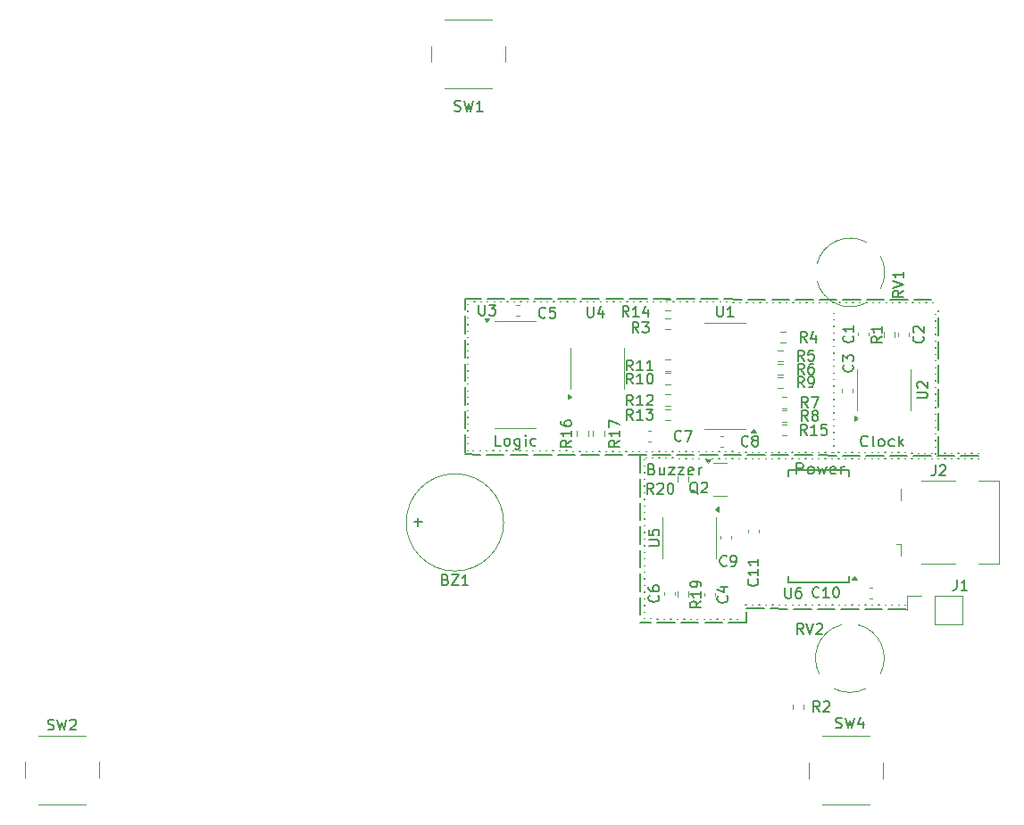
<source format=gbr>
%TF.GenerationSoftware,KiCad,Pcbnew,9.0.1*%
%TF.CreationDate,2025-05-14T21:44:34-03:00*%
%TF.ProjectId,queremate_pd_safe,71756572-656d-4617-9465-5f70645f7361,rev?*%
%TF.SameCoordinates,Original*%
%TF.FileFunction,Legend,Top*%
%TF.FilePolarity,Positive*%
%FSLAX46Y46*%
G04 Gerber Fmt 4.6, Leading zero omitted, Abs format (unit mm)*
G04 Created by KiCad (PCBNEW 9.0.1) date 2025-05-14 21:44:34*
%MOMM*%
%LPD*%
G01*
G04 APERTURE LIST*
%ADD10C,0.150000*%
%ADD11C,0.200000*%
%ADD12C,0.120000*%
G04 APERTURE END LIST*
D10*
X120650000Y-61912500D02*
X120620000Y-61912343D01*
X120020009Y-61909193D02*
X119990009Y-61909035D01*
X119390017Y-61905886D02*
X119360018Y-61905728D01*
X118760026Y-61902579D02*
X118730026Y-61902421D01*
X118130035Y-61899272D02*
X118100035Y-61899114D01*
X117500043Y-61895965D02*
X117470044Y-61895807D01*
X116870052Y-61892658D02*
X116840052Y-61892500D01*
X116240061Y-61889351D02*
X116210061Y-61889193D01*
X115610069Y-61886044D02*
X115580070Y-61885886D01*
X114980078Y-61882737D02*
X114950079Y-61882579D01*
X114350087Y-61879430D02*
X114320087Y-61879272D01*
X113720095Y-61876123D02*
X113690096Y-61875965D01*
X113090104Y-61872816D02*
X113060105Y-61872658D01*
X112460113Y-61869508D02*
X112430113Y-61869351D01*
X111830122Y-61866201D02*
X111800122Y-61866044D01*
X111200130Y-61862894D02*
X111170131Y-61862737D01*
X110570139Y-61859587D02*
X110540139Y-61859430D01*
X109940148Y-61856280D02*
X109910148Y-61856123D01*
X109310156Y-61852973D02*
X109280157Y-61852816D01*
X108680165Y-61849666D02*
X108650165Y-61849509D01*
X108050174Y-61846359D02*
X108020174Y-61846202D01*
X107420182Y-61843052D02*
X107390183Y-61842895D01*
X106790191Y-61839745D02*
X106760191Y-61839588D01*
X106160200Y-61836438D02*
X106130200Y-61836281D01*
X105530208Y-61833131D02*
X105500209Y-61832974D01*
X104900217Y-61829824D02*
X104870217Y-61829666D01*
X104270226Y-61826517D02*
X104240226Y-61826359D01*
X103640234Y-61823210D02*
X103610235Y-61823052D01*
X103010243Y-61819903D02*
X102980243Y-61819745D01*
X102380252Y-61816596D02*
X102350252Y-61816438D01*
X101750260Y-61813289D02*
X101720261Y-61813131D01*
X101120269Y-61809982D02*
X101090269Y-61809824D01*
X100490278Y-61806675D02*
X100460278Y-61806517D01*
X99860286Y-61803368D02*
X99830287Y-61803210D01*
X99230295Y-61800061D02*
X99200296Y-61799903D01*
X98600304Y-61796754D02*
X98570304Y-61796596D01*
X97970312Y-61793447D02*
X97940313Y-61793289D01*
X97340321Y-61790139D02*
X97310322Y-61789982D01*
X96710330Y-61786832D02*
X96680330Y-61786675D01*
X96080339Y-61783525D02*
X96050339Y-61783368D01*
X95450347Y-61780218D02*
X95420348Y-61780061D01*
X94820356Y-61776911D02*
X94790356Y-61776754D01*
X94190365Y-61773604D02*
X94160365Y-61773447D01*
X93560373Y-61770297D02*
X93530374Y-61770140D01*
X92930382Y-61766990D02*
X92900382Y-61766833D01*
X92300391Y-61763683D02*
X92270391Y-61763526D01*
X91670399Y-61760376D02*
X91640400Y-61760219D01*
X91040408Y-61757069D02*
X91010408Y-61756912D01*
X90410417Y-61753762D02*
X90380417Y-61753605D01*
X89780425Y-61750455D02*
X89750426Y-61750298D01*
X89150434Y-61747148D02*
X89120434Y-61746990D01*
X88520443Y-61743841D02*
X88490443Y-61743683D01*
X87890451Y-61740534D02*
X87860452Y-61740376D01*
X87260460Y-61737227D02*
X87230460Y-61737069D01*
X86630469Y-61733920D02*
X86600469Y-61733762D01*
X86000477Y-61730613D02*
X85970478Y-61730455D01*
X85370486Y-61727306D02*
X85340486Y-61727148D01*
X84740495Y-61723999D02*
X84710495Y-61723841D01*
X84110503Y-61720692D02*
X84080504Y-61720534D01*
X83480512Y-61717385D02*
X83450513Y-61717227D01*
X82850521Y-61714078D02*
X82820521Y-61713920D01*
X82220529Y-61710770D02*
X82190530Y-61710613D01*
X81590538Y-61707463D02*
X81560539Y-61707306D01*
X80960547Y-61704156D02*
X80930547Y-61703999D01*
X80330556Y-61700849D02*
X80300556Y-61700692D01*
X79700564Y-61697542D02*
X79670565Y-61697385D01*
X79070573Y-61694235D02*
X79040573Y-61694078D01*
X78440582Y-61690928D02*
X78410582Y-61690771D01*
X77810590Y-61687621D02*
X77780591Y-61687464D01*
X77180599Y-61684314D02*
X77150599Y-61684157D01*
X76550608Y-61681007D02*
X76520608Y-61680850D01*
X75920616Y-61677700D02*
X75890617Y-61677543D01*
X75290625Y-61674393D02*
X75260625Y-61674236D01*
X74660634Y-61671086D02*
X74630634Y-61670929D01*
X74030642Y-61667779D02*
X74000643Y-61667621D01*
X73400651Y-61664472D02*
X73370651Y-61664314D01*
X72770660Y-61661165D02*
X72740660Y-61661007D01*
X120650000Y-62166500D02*
X119000005Y-62162386D01*
X118400007Y-62160890D02*
X116750012Y-62156777D01*
X116150014Y-62155281D02*
X114500019Y-62151167D01*
X113900021Y-62149671D02*
X112250026Y-62145557D01*
X111650028Y-62144061D02*
X110000033Y-62139948D01*
X109400035Y-62138452D02*
X107750040Y-62134338D01*
X107150042Y-62132842D02*
X105500047Y-62128728D01*
X104900049Y-62127232D02*
X103250054Y-62123118D01*
X102650056Y-62121623D02*
X101000061Y-62117509D01*
X100400063Y-62116013D02*
X98750068Y-62111899D01*
X98150070Y-62110403D02*
X96500075Y-62106289D01*
X95900077Y-62104794D02*
X94250082Y-62100680D01*
X93650084Y-62099184D02*
X92000089Y-62095070D01*
X91400091Y-62093574D02*
X89750096Y-62089460D01*
X89150098Y-62087964D02*
X87500103Y-62083851D01*
X86900105Y-62082355D02*
X85250110Y-62078241D01*
X84650112Y-62076745D02*
X83000117Y-62072631D01*
X82400119Y-62071135D02*
X80750124Y-62067022D01*
X80150126Y-62065526D02*
X78500131Y-62061412D01*
X77900133Y-62059916D02*
X76250138Y-62055802D01*
X75650140Y-62054306D02*
X74000145Y-62050193D01*
X73400147Y-62048697D02*
X71983214Y-62045165D01*
X98602307Y-77990376D02*
X96952309Y-77987749D01*
X96352310Y-77986793D02*
X94702312Y-77984166D01*
X94102313Y-77983210D02*
X92452315Y-77980583D01*
X91852316Y-77979628D02*
X90202318Y-77977000D01*
X89602318Y-77976045D02*
X88544387Y-77974360D01*
X116205000Y-47371000D02*
X114555007Y-47366259D01*
X113955009Y-47364535D02*
X112305016Y-47359793D01*
X111705019Y-47358069D02*
X110055025Y-47353328D01*
X109455028Y-47351604D02*
X107805035Y-47346862D01*
X107205037Y-47345138D02*
X105555044Y-47340397D01*
X104955046Y-47338673D02*
X103305053Y-47333931D01*
X102705056Y-47332207D02*
X101055063Y-47327466D01*
X100455065Y-47325742D02*
X98805072Y-47321000D01*
X98205074Y-47319276D02*
X96555081Y-47314535D01*
X95955084Y-47312811D02*
X94305090Y-47308069D01*
X93705093Y-47306345D02*
X92055100Y-47301604D01*
X91455102Y-47299880D02*
X89805109Y-47295138D01*
X89205111Y-47293414D02*
X87555118Y-47288673D01*
X86955121Y-47286949D02*
X85305128Y-47282207D01*
X84705130Y-47280483D02*
X83055137Y-47275742D01*
X82455139Y-47274018D02*
X80805146Y-47269276D01*
X80205149Y-47267552D02*
X78555155Y-47262811D01*
X77955158Y-47261087D02*
X76305165Y-47256345D01*
X75705167Y-47254621D02*
X74055174Y-47249880D01*
X73455177Y-47248156D02*
X72009084Y-47244000D01*
X72263000Y-61658500D02*
X72263000Y-61628500D01*
X72263000Y-61028500D02*
X72263000Y-60998500D01*
X72263000Y-60398500D02*
X72263000Y-60368500D01*
X72263000Y-59768500D02*
X72263000Y-59738500D01*
X72263000Y-59138500D02*
X72263000Y-59108500D01*
X72263000Y-58508500D02*
X72263000Y-58478500D01*
X72263000Y-57878500D02*
X72263000Y-57848500D01*
X72263000Y-57248500D02*
X72263000Y-57218500D01*
X72263000Y-56618500D02*
X72263000Y-56588500D01*
X72263000Y-55988500D02*
X72263000Y-55958500D01*
X72263000Y-55358500D02*
X72263000Y-55328500D01*
X72263000Y-54728500D02*
X72263000Y-54698500D01*
X72263000Y-54098500D02*
X72263000Y-54068500D01*
X72263000Y-53468500D02*
X72263000Y-53438500D01*
X72263000Y-52838500D02*
X72263000Y-52808500D01*
X72263000Y-52208500D02*
X72263000Y-52178500D01*
X72263000Y-51578500D02*
X72263000Y-51548500D01*
X72263000Y-50948500D02*
X72263000Y-50918500D01*
X72263000Y-50318500D02*
X72263000Y-50288500D01*
X72263000Y-49688500D02*
X72263000Y-49658500D01*
X72263000Y-49058500D02*
X72263000Y-49028500D01*
X72263000Y-48428500D02*
X72263000Y-48398500D01*
X72263000Y-47798500D02*
X72263000Y-47768500D01*
X88950800Y-77622400D02*
X88950800Y-77592400D01*
X88950800Y-76992400D02*
X88950800Y-76962400D01*
X88950800Y-76362400D02*
X88950800Y-76332400D01*
X88950800Y-75732400D02*
X88950800Y-75702400D01*
X88950800Y-75102400D02*
X88950800Y-75072400D01*
X88950800Y-74472400D02*
X88950800Y-74442400D01*
X88950800Y-73842400D02*
X88950800Y-73812400D01*
X88950800Y-73212400D02*
X88950800Y-73182400D01*
X88950800Y-72582400D02*
X88950800Y-72552400D01*
X88950800Y-71952400D02*
X88950800Y-71922400D01*
X88950800Y-71322400D02*
X88950800Y-71292400D01*
X88950800Y-70692400D02*
X88950800Y-70662400D01*
X88950800Y-70062400D02*
X88950800Y-70032400D01*
X88950800Y-69432400D02*
X88950800Y-69402400D01*
X88950800Y-68802400D02*
X88950800Y-68772400D01*
X88950800Y-68172400D02*
X88950800Y-68142400D01*
X88950800Y-67542400D02*
X88950800Y-67512400D01*
X88950800Y-66912400D02*
X88950800Y-66882400D01*
X88950800Y-66282400D02*
X88950800Y-66252400D01*
X88950800Y-65652400D02*
X88950800Y-65622400D01*
X88950800Y-65022400D02*
X88950800Y-64992400D01*
X88950800Y-64392400D02*
X88950800Y-64362400D01*
X88950800Y-63762400D02*
X88950800Y-63732400D01*
X88950800Y-63132400D02*
X88950800Y-63102400D01*
X88950800Y-62502400D02*
X88950800Y-62472400D01*
X116840000Y-61976000D02*
X116840000Y-60326000D01*
X116840000Y-59726000D02*
X116840000Y-58076000D01*
X116840000Y-57476000D02*
X116840000Y-55826000D01*
X116840000Y-55226000D02*
X116840000Y-53576000D01*
X116840000Y-52976000D02*
X116840000Y-51326000D01*
X116840000Y-50726000D02*
X116840000Y-49076000D01*
X116840000Y-48476000D02*
X116840000Y-48387000D01*
X113792000Y-76708000D02*
X112142001Y-76706225D01*
X111542001Y-76705580D02*
X109892002Y-76703805D01*
X109292003Y-76703159D02*
X107642004Y-76701384D01*
X107042004Y-76700739D02*
X105392005Y-76698964D01*
X104792005Y-76698318D02*
X103142006Y-76696543D01*
X102542007Y-76695898D02*
X100892007Y-76694123D01*
X100292008Y-76693477D02*
X98642009Y-76691702D01*
X88569800Y-62128400D02*
X88567139Y-63778398D01*
X88566171Y-64378397D02*
X88563510Y-66028395D01*
X88562542Y-66628394D02*
X88559881Y-68278392D01*
X88558913Y-68878391D02*
X88556252Y-70528389D01*
X88555284Y-71128388D02*
X88552623Y-72778386D01*
X88551655Y-73378385D02*
X88548994Y-75028383D01*
X88548026Y-75628382D02*
X88545365Y-77278380D01*
X113741200Y-76352400D02*
X113711200Y-76352400D01*
X113111200Y-76352400D02*
X113081200Y-76352400D01*
X112481200Y-76352400D02*
X112451200Y-76352400D01*
X111851200Y-76352400D02*
X111821200Y-76352400D01*
X111221200Y-76352400D02*
X111191200Y-76352400D01*
X110591200Y-76352400D02*
X110561200Y-76352400D01*
X109961200Y-76352400D02*
X109931200Y-76352400D01*
X109331200Y-76352400D02*
X109301200Y-76352400D01*
X108701200Y-76352400D02*
X108671200Y-76352400D01*
X108071200Y-76352400D02*
X108041200Y-76352400D01*
X107441200Y-76352400D02*
X107411200Y-76352400D01*
X106811200Y-76352400D02*
X106781200Y-76352400D01*
X106181200Y-76352400D02*
X106151200Y-76352400D01*
X105551200Y-76352400D02*
X105521200Y-76352400D01*
X104921200Y-76352400D02*
X104891200Y-76352400D01*
X104291200Y-76352400D02*
X104261200Y-76352400D01*
X103661200Y-76352400D02*
X103631200Y-76352400D01*
X103031200Y-76352400D02*
X103001200Y-76352400D01*
X102401200Y-76352400D02*
X102371200Y-76352400D01*
X101771200Y-76352400D02*
X101741200Y-76352400D01*
X101141200Y-76352400D02*
X101111200Y-76352400D01*
X100511200Y-76352400D02*
X100481200Y-76352400D01*
X99881200Y-76352400D02*
X99851200Y-76352400D01*
X99251200Y-76352400D02*
X99221200Y-76352400D01*
X98621200Y-76352400D02*
X98591200Y-76352400D01*
X88950800Y-77622400D02*
X88980800Y-77622560D01*
X89580791Y-77625769D02*
X89610791Y-77625929D01*
X90210782Y-77629138D02*
X90240782Y-77629298D01*
X90840773Y-77632507D02*
X90870773Y-77632667D01*
X91470764Y-77635876D02*
X91500764Y-77636036D01*
X92100755Y-77639245D02*
X92130755Y-77639405D01*
X92730746Y-77642614D02*
X92760746Y-77642774D01*
X93360737Y-77645983D02*
X93390737Y-77646143D01*
X93990728Y-77649351D02*
X94020728Y-77649512D01*
X94620719Y-77652720D02*
X94650719Y-77652881D01*
X95250710Y-77656089D02*
X95280709Y-77656250D01*
X95880701Y-77659458D02*
X95910700Y-77659619D01*
X96510692Y-77662827D02*
X96540691Y-77662988D01*
X97140683Y-77666196D02*
X97170682Y-77666357D01*
X97770674Y-77669565D02*
X97800673Y-77669726D01*
X116332000Y-47625000D02*
X116302000Y-47624914D01*
X115702003Y-47623184D02*
X115672003Y-47623098D01*
X115072005Y-47621369D02*
X115042005Y-47621282D01*
X114442008Y-47619553D02*
X114412008Y-47619467D01*
X113812010Y-47617738D02*
X113782011Y-47617651D01*
X113182013Y-47615922D02*
X113152013Y-47615836D01*
X112552016Y-47614107D02*
X112522016Y-47614020D01*
X111922018Y-47612291D02*
X111892018Y-47612205D01*
X111292021Y-47610476D02*
X111262021Y-47610389D01*
X110662024Y-47608660D02*
X110632024Y-47608574D01*
X110032026Y-47606844D02*
X110002026Y-47606758D01*
X109402029Y-47605029D02*
X109372029Y-47604942D01*
X108772031Y-47603213D02*
X108742032Y-47603127D01*
X108142034Y-47601398D02*
X108112034Y-47601311D01*
X107512037Y-47599582D02*
X107482037Y-47599496D01*
X106882039Y-47597767D02*
X106852039Y-47597680D01*
X106252042Y-47595951D02*
X106222042Y-47595865D01*
X105622044Y-47594136D02*
X105592045Y-47594049D01*
X104992047Y-47592320D02*
X104962047Y-47592234D01*
X104362050Y-47590504D02*
X104332050Y-47590418D01*
X103732052Y-47588689D02*
X103702052Y-47588602D01*
X103102055Y-47586873D02*
X103072055Y-47586787D01*
X102472058Y-47585058D02*
X102442058Y-47584971D01*
X101842060Y-47583242D02*
X101812060Y-47583156D01*
X101212063Y-47581427D02*
X101182063Y-47581340D01*
X100582065Y-47579611D02*
X100552066Y-47579525D01*
X99952068Y-47577796D02*
X99922068Y-47577709D01*
X99322071Y-47575980D02*
X99292071Y-47575894D01*
X98692073Y-47574164D02*
X98662073Y-47574078D01*
X98062076Y-47572349D02*
X98032076Y-47572262D01*
X97432078Y-47570533D02*
X97402079Y-47570447D01*
X96802081Y-47568718D02*
X96772081Y-47568631D01*
X96172084Y-47566902D02*
X96142084Y-47566816D01*
X95542086Y-47565087D02*
X95512086Y-47565000D01*
X94912089Y-47563271D02*
X94882089Y-47563185D01*
X94282092Y-47561456D02*
X94252092Y-47561369D01*
X93652094Y-47559640D02*
X93622094Y-47559554D01*
X93022097Y-47557824D02*
X92992097Y-47557738D01*
X92392099Y-47556009D02*
X92362100Y-47555922D01*
X91762102Y-47554193D02*
X91732102Y-47554107D01*
X91132105Y-47552378D02*
X91102105Y-47552291D01*
X90502107Y-47550562D02*
X90472107Y-47550476D01*
X89872110Y-47548747D02*
X89842110Y-47548660D01*
X89242112Y-47546931D02*
X89212113Y-47546845D01*
X88612115Y-47545116D02*
X88582115Y-47545029D01*
X87982118Y-47543300D02*
X87952118Y-47543214D01*
X87352120Y-47541484D02*
X87322120Y-47541398D01*
X86722123Y-47539669D02*
X86692123Y-47539582D01*
X86092126Y-47537853D02*
X86062126Y-47537767D01*
X85462128Y-47536038D02*
X85432128Y-47535951D01*
X84832131Y-47534222D02*
X84802131Y-47534136D01*
X84202133Y-47532407D02*
X84172134Y-47532320D01*
X83572136Y-47530591D02*
X83542136Y-47530505D01*
X82942139Y-47528776D02*
X82912139Y-47528689D01*
X82312141Y-47526960D02*
X82282141Y-47526874D01*
X81682144Y-47525145D02*
X81652144Y-47525058D01*
X81052146Y-47523329D02*
X81022147Y-47523242D01*
X80422149Y-47521513D02*
X80392149Y-47521427D01*
X79792152Y-47519698D02*
X79762152Y-47519611D01*
X79162154Y-47517882D02*
X79132154Y-47517796D01*
X78532157Y-47516067D02*
X78502157Y-47515980D01*
X77902160Y-47514251D02*
X77872160Y-47514165D01*
X77272162Y-47512436D02*
X77242162Y-47512349D01*
X76642165Y-47510620D02*
X76612165Y-47510534D01*
X76012167Y-47508805D02*
X75982168Y-47508718D01*
X75382170Y-47506989D02*
X75352170Y-47506903D01*
X74752173Y-47505173D02*
X74722173Y-47505087D01*
X74122175Y-47503358D02*
X74092175Y-47503271D01*
X73492178Y-47501542D02*
X73462178Y-47501456D01*
X72862181Y-47499727D02*
X72832181Y-47499640D01*
X120650000Y-62420500D02*
X120620000Y-62420464D01*
X120020000Y-62419744D02*
X119990000Y-62419708D01*
X119390001Y-62418988D02*
X119360001Y-62418952D01*
X118760001Y-62418232D02*
X118730001Y-62418196D01*
X118130002Y-62417476D02*
X118100002Y-62417440D01*
X117500002Y-62416720D02*
X117470002Y-62416684D01*
X116870003Y-62415964D02*
X116840003Y-62415928D01*
X116240003Y-62415208D02*
X116210003Y-62415172D01*
X115610004Y-62414452D02*
X115580004Y-62414416D01*
X114980004Y-62413696D02*
X114950004Y-62413660D01*
X114350005Y-62412940D02*
X114320005Y-62412904D01*
X113720005Y-62412184D02*
X113690005Y-62412148D01*
X113090005Y-62411428D02*
X113060005Y-62411392D01*
X112460006Y-62410672D02*
X112430006Y-62410636D01*
X111830006Y-62409916D02*
X111800006Y-62409880D01*
X111200007Y-62409160D02*
X111170007Y-62409124D01*
X110570007Y-62408404D02*
X110540007Y-62408368D01*
X109940008Y-62407648D02*
X109910008Y-62407612D01*
X109310008Y-62406892D02*
X109280008Y-62406856D01*
X108680009Y-62406136D02*
X108650009Y-62406100D01*
X108050009Y-62405380D02*
X108020009Y-62405344D01*
X107420010Y-62404624D02*
X107390010Y-62404588D01*
X106790010Y-62403868D02*
X106760010Y-62403832D01*
X106160010Y-62403112D02*
X106130010Y-62403076D01*
X105530011Y-62402356D02*
X105500011Y-62402320D01*
X104900011Y-62401600D02*
X104870011Y-62401564D01*
X104270012Y-62400844D02*
X104240012Y-62400808D01*
X103640012Y-62400088D02*
X103610012Y-62400052D01*
X103010013Y-62399332D02*
X102980013Y-62399296D01*
X102380013Y-62398576D02*
X102350013Y-62398540D01*
X101750014Y-62397820D02*
X101720014Y-62397784D01*
X101120014Y-62397064D02*
X101090014Y-62397028D01*
X100490015Y-62396308D02*
X100460015Y-62396272D01*
X99860015Y-62395552D02*
X99830015Y-62395516D01*
X99230015Y-62394796D02*
X99200015Y-62394760D01*
X98600016Y-62394040D02*
X98570016Y-62394004D01*
X97970016Y-62393284D02*
X97940016Y-62393248D01*
X97340017Y-62392528D02*
X97310017Y-62392492D01*
X96710017Y-62391772D02*
X96680017Y-62391736D01*
X96080018Y-62391016D02*
X96050018Y-62390980D01*
X95450018Y-62390260D02*
X95420018Y-62390224D01*
X94820019Y-62389504D02*
X94790019Y-62389468D01*
X94190019Y-62388748D02*
X94160019Y-62388712D01*
X93560020Y-62387992D02*
X93530020Y-62387956D01*
X92930020Y-62387236D02*
X92900020Y-62387200D01*
X92300020Y-62386480D02*
X92270020Y-62386444D01*
X91670021Y-62385724D02*
X91640021Y-62385688D01*
X91040021Y-62384968D02*
X91010021Y-62384932D01*
X90410022Y-62384212D02*
X90380022Y-62384176D01*
X89780022Y-62383456D02*
X89750022Y-62383420D01*
X89150023Y-62382700D02*
X89120023Y-62382664D01*
X106934000Y-61849000D02*
X106934000Y-61819000D01*
X106934000Y-61219000D02*
X106934000Y-61189000D01*
X106934000Y-60589000D02*
X106934000Y-60559000D01*
X106934000Y-59959000D02*
X106934000Y-59929000D01*
X106934000Y-59329000D02*
X106934000Y-59299000D01*
X106934000Y-58699000D02*
X106934000Y-58669000D01*
X106934000Y-58069000D02*
X106934000Y-58039000D01*
X106934000Y-57439000D02*
X106934000Y-57409000D01*
X106934000Y-56809000D02*
X106934000Y-56779000D01*
X106934000Y-56179000D02*
X106934000Y-56149000D01*
X106934000Y-55549000D02*
X106934000Y-55519000D01*
X106934000Y-54919000D02*
X106934000Y-54889000D01*
X106934000Y-54289000D02*
X106934000Y-54259000D01*
X106934000Y-53659000D02*
X106934000Y-53629000D01*
X106934000Y-53029000D02*
X106934000Y-52999000D01*
X106934000Y-52399000D02*
X106934000Y-52369000D01*
X106934000Y-51769000D02*
X106934000Y-51739000D01*
X106934000Y-51139000D02*
X106934000Y-51109000D01*
X106934000Y-50509000D02*
X106934000Y-50479000D01*
X106934000Y-49879000D02*
X106934000Y-49849000D01*
X106934000Y-49249000D02*
X106934000Y-49219000D01*
X106934000Y-48619000D02*
X106934000Y-48589000D01*
X98603292Y-77012123D02*
X98602307Y-77927876D01*
X71983600Y-61823600D02*
X71986475Y-60173603D01*
X71987520Y-59573603D02*
X71990394Y-57923606D01*
X71991440Y-57323607D02*
X71994314Y-55673609D01*
X71995360Y-55073610D02*
X71998234Y-53423613D01*
X71999279Y-52823614D02*
X72002154Y-51173616D01*
X72003199Y-50573617D02*
X72006074Y-48923620D01*
X72007119Y-48323620D02*
X72009000Y-47244000D01*
X116586000Y-61976000D02*
X116586000Y-61946000D01*
X116586000Y-61346000D02*
X116586000Y-61316000D01*
X116586000Y-60716000D02*
X116586000Y-60686000D01*
X116586000Y-60086000D02*
X116586000Y-60056000D01*
X116586000Y-59456000D02*
X116586000Y-59426000D01*
X116586000Y-58826000D02*
X116586000Y-58796000D01*
X116586000Y-58196000D02*
X116586000Y-58166000D01*
X116586000Y-57566000D02*
X116586000Y-57536000D01*
X116586000Y-56936000D02*
X116586000Y-56906000D01*
X116586000Y-56306000D02*
X116586000Y-56276000D01*
X116586000Y-55676000D02*
X116586000Y-55646000D01*
X116586000Y-55046000D02*
X116586000Y-55016000D01*
X116586000Y-54416000D02*
X116586000Y-54386000D01*
X116586000Y-53786000D02*
X116586000Y-53756000D01*
X116586000Y-53156000D02*
X116586000Y-53126000D01*
X116586000Y-52526000D02*
X116586000Y-52496000D01*
X116586000Y-51896000D02*
X116586000Y-51866000D01*
X116586000Y-51266000D02*
X116586000Y-51236000D01*
X116586000Y-50636000D02*
X116586000Y-50606000D01*
X116586000Y-50006000D02*
X116586000Y-49976000D01*
X116586000Y-49376000D02*
X116586000Y-49346000D01*
X116586000Y-48746000D02*
X116586000Y-48716000D01*
D11*
X75339292Y-61208219D02*
X74815482Y-61208219D01*
X74815482Y-61208219D02*
X74815482Y-60208219D01*
X75863101Y-61208219D02*
X75758339Y-61160600D01*
X75758339Y-61160600D02*
X75705958Y-61112980D01*
X75705958Y-61112980D02*
X75653577Y-61017742D01*
X75653577Y-61017742D02*
X75653577Y-60732028D01*
X75653577Y-60732028D02*
X75705958Y-60636790D01*
X75705958Y-60636790D02*
X75758339Y-60589171D01*
X75758339Y-60589171D02*
X75863101Y-60541552D01*
X75863101Y-60541552D02*
X76020244Y-60541552D01*
X76020244Y-60541552D02*
X76125006Y-60589171D01*
X76125006Y-60589171D02*
X76177387Y-60636790D01*
X76177387Y-60636790D02*
X76229768Y-60732028D01*
X76229768Y-60732028D02*
X76229768Y-61017742D01*
X76229768Y-61017742D02*
X76177387Y-61112980D01*
X76177387Y-61112980D02*
X76125006Y-61160600D01*
X76125006Y-61160600D02*
X76020244Y-61208219D01*
X76020244Y-61208219D02*
X75863101Y-61208219D01*
X77172625Y-60541552D02*
X77172625Y-61351076D01*
X77172625Y-61351076D02*
X77120244Y-61446314D01*
X77120244Y-61446314D02*
X77067863Y-61493933D01*
X77067863Y-61493933D02*
X76963101Y-61541552D01*
X76963101Y-61541552D02*
X76805958Y-61541552D01*
X76805958Y-61541552D02*
X76701196Y-61493933D01*
X77172625Y-61160600D02*
X77067863Y-61208219D01*
X77067863Y-61208219D02*
X76858339Y-61208219D01*
X76858339Y-61208219D02*
X76753577Y-61160600D01*
X76753577Y-61160600D02*
X76701196Y-61112980D01*
X76701196Y-61112980D02*
X76648815Y-61017742D01*
X76648815Y-61017742D02*
X76648815Y-60732028D01*
X76648815Y-60732028D02*
X76701196Y-60636790D01*
X76701196Y-60636790D02*
X76753577Y-60589171D01*
X76753577Y-60589171D02*
X76858339Y-60541552D01*
X76858339Y-60541552D02*
X77067863Y-60541552D01*
X77067863Y-60541552D02*
X77172625Y-60589171D01*
X77696434Y-61208219D02*
X77696434Y-60541552D01*
X77696434Y-60208219D02*
X77644053Y-60255838D01*
X77644053Y-60255838D02*
X77696434Y-60303457D01*
X77696434Y-60303457D02*
X77748815Y-60255838D01*
X77748815Y-60255838D02*
X77696434Y-60208219D01*
X77696434Y-60208219D02*
X77696434Y-60303457D01*
X78691673Y-61160600D02*
X78586911Y-61208219D01*
X78586911Y-61208219D02*
X78377387Y-61208219D01*
X78377387Y-61208219D02*
X78272625Y-61160600D01*
X78272625Y-61160600D02*
X78220244Y-61112980D01*
X78220244Y-61112980D02*
X78167863Y-61017742D01*
X78167863Y-61017742D02*
X78167863Y-60732028D01*
X78167863Y-60732028D02*
X78220244Y-60636790D01*
X78220244Y-60636790D02*
X78272625Y-60589171D01*
X78272625Y-60589171D02*
X78377387Y-60541552D01*
X78377387Y-60541552D02*
X78586911Y-60541552D01*
X78586911Y-60541552D02*
X78691673Y-60589171D01*
X103415882Y-63875219D02*
X103415882Y-62875219D01*
X103415882Y-62875219D02*
X103834930Y-62875219D01*
X103834930Y-62875219D02*
X103939692Y-62922838D01*
X103939692Y-62922838D02*
X103992073Y-62970457D01*
X103992073Y-62970457D02*
X104044454Y-63065695D01*
X104044454Y-63065695D02*
X104044454Y-63208552D01*
X104044454Y-63208552D02*
X103992073Y-63303790D01*
X103992073Y-63303790D02*
X103939692Y-63351409D01*
X103939692Y-63351409D02*
X103834930Y-63399028D01*
X103834930Y-63399028D02*
X103415882Y-63399028D01*
X104673025Y-63875219D02*
X104568263Y-63827600D01*
X104568263Y-63827600D02*
X104515882Y-63779980D01*
X104515882Y-63779980D02*
X104463501Y-63684742D01*
X104463501Y-63684742D02*
X104463501Y-63399028D01*
X104463501Y-63399028D02*
X104515882Y-63303790D01*
X104515882Y-63303790D02*
X104568263Y-63256171D01*
X104568263Y-63256171D02*
X104673025Y-63208552D01*
X104673025Y-63208552D02*
X104830168Y-63208552D01*
X104830168Y-63208552D02*
X104934930Y-63256171D01*
X104934930Y-63256171D02*
X104987311Y-63303790D01*
X104987311Y-63303790D02*
X105039692Y-63399028D01*
X105039692Y-63399028D02*
X105039692Y-63684742D01*
X105039692Y-63684742D02*
X104987311Y-63779980D01*
X104987311Y-63779980D02*
X104934930Y-63827600D01*
X104934930Y-63827600D02*
X104830168Y-63875219D01*
X104830168Y-63875219D02*
X104673025Y-63875219D01*
X105406358Y-63208552D02*
X105615882Y-63875219D01*
X105615882Y-63875219D02*
X105825406Y-63399028D01*
X105825406Y-63399028D02*
X106034930Y-63875219D01*
X106034930Y-63875219D02*
X106244454Y-63208552D01*
X107082549Y-63827600D02*
X106977787Y-63875219D01*
X106977787Y-63875219D02*
X106768263Y-63875219D01*
X106768263Y-63875219D02*
X106663501Y-63827600D01*
X106663501Y-63827600D02*
X106611120Y-63732361D01*
X106611120Y-63732361D02*
X106611120Y-63351409D01*
X106611120Y-63351409D02*
X106663501Y-63256171D01*
X106663501Y-63256171D02*
X106768263Y-63208552D01*
X106768263Y-63208552D02*
X106977787Y-63208552D01*
X106977787Y-63208552D02*
X107082549Y-63256171D01*
X107082549Y-63256171D02*
X107134930Y-63351409D01*
X107134930Y-63351409D02*
X107134930Y-63446647D01*
X107134930Y-63446647D02*
X106611120Y-63541885D01*
X107606358Y-63875219D02*
X107606358Y-63208552D01*
X107606358Y-63399028D02*
X107658739Y-63303790D01*
X107658739Y-63303790D02*
X107711120Y-63256171D01*
X107711120Y-63256171D02*
X107815882Y-63208552D01*
X107815882Y-63208552D02*
X107920644Y-63208552D01*
X89660149Y-63453009D02*
X89817292Y-63500628D01*
X89817292Y-63500628D02*
X89869673Y-63548247D01*
X89869673Y-63548247D02*
X89922054Y-63643485D01*
X89922054Y-63643485D02*
X89922054Y-63786342D01*
X89922054Y-63786342D02*
X89869673Y-63881580D01*
X89869673Y-63881580D02*
X89817292Y-63929200D01*
X89817292Y-63929200D02*
X89712530Y-63976819D01*
X89712530Y-63976819D02*
X89293482Y-63976819D01*
X89293482Y-63976819D02*
X89293482Y-62976819D01*
X89293482Y-62976819D02*
X89660149Y-62976819D01*
X89660149Y-62976819D02*
X89764911Y-63024438D01*
X89764911Y-63024438D02*
X89817292Y-63072057D01*
X89817292Y-63072057D02*
X89869673Y-63167295D01*
X89869673Y-63167295D02*
X89869673Y-63262533D01*
X89869673Y-63262533D02*
X89817292Y-63357771D01*
X89817292Y-63357771D02*
X89764911Y-63405390D01*
X89764911Y-63405390D02*
X89660149Y-63453009D01*
X89660149Y-63453009D02*
X89293482Y-63453009D01*
X90864911Y-63310152D02*
X90864911Y-63976819D01*
X90393482Y-63310152D02*
X90393482Y-63833961D01*
X90393482Y-63833961D02*
X90445863Y-63929200D01*
X90445863Y-63929200D02*
X90550625Y-63976819D01*
X90550625Y-63976819D02*
X90707768Y-63976819D01*
X90707768Y-63976819D02*
X90812530Y-63929200D01*
X90812530Y-63929200D02*
X90864911Y-63881580D01*
X91283958Y-63310152D02*
X91860149Y-63310152D01*
X91860149Y-63310152D02*
X91283958Y-63976819D01*
X91283958Y-63976819D02*
X91860149Y-63976819D01*
X92174434Y-63310152D02*
X92750625Y-63310152D01*
X92750625Y-63310152D02*
X92174434Y-63976819D01*
X92174434Y-63976819D02*
X92750625Y-63976819D01*
X93588720Y-63929200D02*
X93483958Y-63976819D01*
X93483958Y-63976819D02*
X93274434Y-63976819D01*
X93274434Y-63976819D02*
X93169672Y-63929200D01*
X93169672Y-63929200D02*
X93117291Y-63833961D01*
X93117291Y-63833961D02*
X93117291Y-63453009D01*
X93117291Y-63453009D02*
X93169672Y-63357771D01*
X93169672Y-63357771D02*
X93274434Y-63310152D01*
X93274434Y-63310152D02*
X93483958Y-63310152D01*
X93483958Y-63310152D02*
X93588720Y-63357771D01*
X93588720Y-63357771D02*
X93641101Y-63453009D01*
X93641101Y-63453009D02*
X93641101Y-63548247D01*
X93641101Y-63548247D02*
X93117291Y-63643485D01*
X94112529Y-63976819D02*
X94112529Y-63310152D01*
X94112529Y-63500628D02*
X94164910Y-63405390D01*
X94164910Y-63405390D02*
X94217291Y-63357771D01*
X94217291Y-63357771D02*
X94322053Y-63310152D01*
X94322053Y-63310152D02*
X94426815Y-63310152D01*
X110150054Y-61174980D02*
X110097673Y-61222600D01*
X110097673Y-61222600D02*
X109940530Y-61270219D01*
X109940530Y-61270219D02*
X109835768Y-61270219D01*
X109835768Y-61270219D02*
X109678625Y-61222600D01*
X109678625Y-61222600D02*
X109573863Y-61127361D01*
X109573863Y-61127361D02*
X109521482Y-61032123D01*
X109521482Y-61032123D02*
X109469101Y-60841647D01*
X109469101Y-60841647D02*
X109469101Y-60698790D01*
X109469101Y-60698790D02*
X109521482Y-60508314D01*
X109521482Y-60508314D02*
X109573863Y-60413076D01*
X109573863Y-60413076D02*
X109678625Y-60317838D01*
X109678625Y-60317838D02*
X109835768Y-60270219D01*
X109835768Y-60270219D02*
X109940530Y-60270219D01*
X109940530Y-60270219D02*
X110097673Y-60317838D01*
X110097673Y-60317838D02*
X110150054Y-60365457D01*
X110778625Y-61270219D02*
X110673863Y-61222600D01*
X110673863Y-61222600D02*
X110621482Y-61127361D01*
X110621482Y-61127361D02*
X110621482Y-60270219D01*
X111354815Y-61270219D02*
X111250053Y-61222600D01*
X111250053Y-61222600D02*
X111197672Y-61174980D01*
X111197672Y-61174980D02*
X111145291Y-61079742D01*
X111145291Y-61079742D02*
X111145291Y-60794028D01*
X111145291Y-60794028D02*
X111197672Y-60698790D01*
X111197672Y-60698790D02*
X111250053Y-60651171D01*
X111250053Y-60651171D02*
X111354815Y-60603552D01*
X111354815Y-60603552D02*
X111511958Y-60603552D01*
X111511958Y-60603552D02*
X111616720Y-60651171D01*
X111616720Y-60651171D02*
X111669101Y-60698790D01*
X111669101Y-60698790D02*
X111721482Y-60794028D01*
X111721482Y-60794028D02*
X111721482Y-61079742D01*
X111721482Y-61079742D02*
X111669101Y-61174980D01*
X111669101Y-61174980D02*
X111616720Y-61222600D01*
X111616720Y-61222600D02*
X111511958Y-61270219D01*
X111511958Y-61270219D02*
X111354815Y-61270219D01*
X112664339Y-61222600D02*
X112559577Y-61270219D01*
X112559577Y-61270219D02*
X112350053Y-61270219D01*
X112350053Y-61270219D02*
X112245291Y-61222600D01*
X112245291Y-61222600D02*
X112192910Y-61174980D01*
X112192910Y-61174980D02*
X112140529Y-61079742D01*
X112140529Y-61079742D02*
X112140529Y-60794028D01*
X112140529Y-60794028D02*
X112192910Y-60698790D01*
X112192910Y-60698790D02*
X112245291Y-60651171D01*
X112245291Y-60651171D02*
X112350053Y-60603552D01*
X112350053Y-60603552D02*
X112559577Y-60603552D01*
X112559577Y-60603552D02*
X112664339Y-60651171D01*
X113135767Y-61270219D02*
X113135767Y-60270219D01*
X113240529Y-60889266D02*
X113554815Y-61270219D01*
X113554815Y-60603552D02*
X113135767Y-60984504D01*
D10*
X92451333Y-60684580D02*
X92403714Y-60732200D01*
X92403714Y-60732200D02*
X92260857Y-60779819D01*
X92260857Y-60779819D02*
X92165619Y-60779819D01*
X92165619Y-60779819D02*
X92022762Y-60732200D01*
X92022762Y-60732200D02*
X91927524Y-60636961D01*
X91927524Y-60636961D02*
X91879905Y-60541723D01*
X91879905Y-60541723D02*
X91832286Y-60351247D01*
X91832286Y-60351247D02*
X91832286Y-60208390D01*
X91832286Y-60208390D02*
X91879905Y-60017914D01*
X91879905Y-60017914D02*
X91927524Y-59922676D01*
X91927524Y-59922676D02*
X92022762Y-59827438D01*
X92022762Y-59827438D02*
X92165619Y-59779819D01*
X92165619Y-59779819D02*
X92260857Y-59779819D01*
X92260857Y-59779819D02*
X92403714Y-59827438D01*
X92403714Y-59827438D02*
X92451333Y-59875057D01*
X92784667Y-59779819D02*
X93451333Y-59779819D01*
X93451333Y-59779819D02*
X93022762Y-60779819D01*
X96781580Y-75500666D02*
X96829200Y-75548285D01*
X96829200Y-75548285D02*
X96876819Y-75691142D01*
X96876819Y-75691142D02*
X96876819Y-75786380D01*
X96876819Y-75786380D02*
X96829200Y-75929237D01*
X96829200Y-75929237D02*
X96733961Y-76024475D01*
X96733961Y-76024475D02*
X96638723Y-76072094D01*
X96638723Y-76072094D02*
X96448247Y-76119713D01*
X96448247Y-76119713D02*
X96305390Y-76119713D01*
X96305390Y-76119713D02*
X96114914Y-76072094D01*
X96114914Y-76072094D02*
X96019676Y-76024475D01*
X96019676Y-76024475D02*
X95924438Y-75929237D01*
X95924438Y-75929237D02*
X95876819Y-75786380D01*
X95876819Y-75786380D02*
X95876819Y-75691142D01*
X95876819Y-75691142D02*
X95924438Y-75548285D01*
X95924438Y-75548285D02*
X95972057Y-75500666D01*
X96210152Y-74643523D02*
X96876819Y-74643523D01*
X95829200Y-74881618D02*
X96543485Y-75119713D01*
X96543485Y-75119713D02*
X96543485Y-74500666D01*
X105598933Y-86459219D02*
X105265600Y-85983028D01*
X105027505Y-86459219D02*
X105027505Y-85459219D01*
X105027505Y-85459219D02*
X105408457Y-85459219D01*
X105408457Y-85459219D02*
X105503695Y-85506838D01*
X105503695Y-85506838D02*
X105551314Y-85554457D01*
X105551314Y-85554457D02*
X105598933Y-85649695D01*
X105598933Y-85649695D02*
X105598933Y-85792552D01*
X105598933Y-85792552D02*
X105551314Y-85887790D01*
X105551314Y-85887790D02*
X105503695Y-85935409D01*
X105503695Y-85935409D02*
X105408457Y-85983028D01*
X105408457Y-85983028D02*
X105027505Y-85983028D01*
X105979886Y-85554457D02*
X106027505Y-85506838D01*
X106027505Y-85506838D02*
X106122743Y-85459219D01*
X106122743Y-85459219D02*
X106360838Y-85459219D01*
X106360838Y-85459219D02*
X106456076Y-85506838D01*
X106456076Y-85506838D02*
X106503695Y-85554457D01*
X106503695Y-85554457D02*
X106551314Y-85649695D01*
X106551314Y-85649695D02*
X106551314Y-85744933D01*
X106551314Y-85744933D02*
X106503695Y-85887790D01*
X106503695Y-85887790D02*
X105932267Y-86459219D01*
X105932267Y-86459219D02*
X106551314Y-86459219D01*
X104100333Y-53159819D02*
X103767000Y-52683628D01*
X103528905Y-53159819D02*
X103528905Y-52159819D01*
X103528905Y-52159819D02*
X103909857Y-52159819D01*
X103909857Y-52159819D02*
X104005095Y-52207438D01*
X104005095Y-52207438D02*
X104052714Y-52255057D01*
X104052714Y-52255057D02*
X104100333Y-52350295D01*
X104100333Y-52350295D02*
X104100333Y-52493152D01*
X104100333Y-52493152D02*
X104052714Y-52588390D01*
X104052714Y-52588390D02*
X104005095Y-52636009D01*
X104005095Y-52636009D02*
X103909857Y-52683628D01*
X103909857Y-52683628D02*
X103528905Y-52683628D01*
X105005095Y-52159819D02*
X104528905Y-52159819D01*
X104528905Y-52159819D02*
X104481286Y-52636009D01*
X104481286Y-52636009D02*
X104528905Y-52588390D01*
X104528905Y-52588390D02*
X104624143Y-52540771D01*
X104624143Y-52540771D02*
X104862238Y-52540771D01*
X104862238Y-52540771D02*
X104957476Y-52588390D01*
X104957476Y-52588390D02*
X105005095Y-52636009D01*
X105005095Y-52636009D02*
X105052714Y-52731247D01*
X105052714Y-52731247D02*
X105052714Y-52969342D01*
X105052714Y-52969342D02*
X105005095Y-53064580D01*
X105005095Y-53064580D02*
X104957476Y-53112200D01*
X104957476Y-53112200D02*
X104862238Y-53159819D01*
X104862238Y-53159819D02*
X104624143Y-53159819D01*
X104624143Y-53159819D02*
X104528905Y-53112200D01*
X104528905Y-53112200D02*
X104481286Y-53064580D01*
X114805819Y-56703904D02*
X115615342Y-56703904D01*
X115615342Y-56703904D02*
X115710580Y-56656285D01*
X115710580Y-56656285D02*
X115758200Y-56608666D01*
X115758200Y-56608666D02*
X115805819Y-56513428D01*
X115805819Y-56513428D02*
X115805819Y-56322952D01*
X115805819Y-56322952D02*
X115758200Y-56227714D01*
X115758200Y-56227714D02*
X115710580Y-56180095D01*
X115710580Y-56180095D02*
X115615342Y-56132476D01*
X115615342Y-56132476D02*
X114805819Y-56132476D01*
X114901057Y-55703904D02*
X114853438Y-55656285D01*
X114853438Y-55656285D02*
X114805819Y-55561047D01*
X114805819Y-55561047D02*
X114805819Y-55322952D01*
X114805819Y-55322952D02*
X114853438Y-55227714D01*
X114853438Y-55227714D02*
X114901057Y-55180095D01*
X114901057Y-55180095D02*
X114996295Y-55132476D01*
X114996295Y-55132476D02*
X115091533Y-55132476D01*
X115091533Y-55132476D02*
X115234390Y-55180095D01*
X115234390Y-55180095D02*
X115805819Y-55751523D01*
X115805819Y-55751523D02*
X115805819Y-55132476D01*
X113519819Y-46504238D02*
X113043628Y-46837571D01*
X113519819Y-47075666D02*
X112519819Y-47075666D01*
X112519819Y-47075666D02*
X112519819Y-46694714D01*
X112519819Y-46694714D02*
X112567438Y-46599476D01*
X112567438Y-46599476D02*
X112615057Y-46551857D01*
X112615057Y-46551857D02*
X112710295Y-46504238D01*
X112710295Y-46504238D02*
X112853152Y-46504238D01*
X112853152Y-46504238D02*
X112948390Y-46551857D01*
X112948390Y-46551857D02*
X112996009Y-46599476D01*
X112996009Y-46599476D02*
X113043628Y-46694714D01*
X113043628Y-46694714D02*
X113043628Y-47075666D01*
X112519819Y-46218523D02*
X113519819Y-45885190D01*
X113519819Y-45885190D02*
X112519819Y-45551857D01*
X113519819Y-44694714D02*
X113519819Y-45266142D01*
X113519819Y-44980428D02*
X112519819Y-44980428D01*
X112519819Y-44980428D02*
X112662676Y-45075666D01*
X112662676Y-45075666D02*
X112757914Y-45170904D01*
X112757914Y-45170904D02*
X112805533Y-45266142D01*
X98801333Y-61192580D02*
X98753714Y-61240200D01*
X98753714Y-61240200D02*
X98610857Y-61287819D01*
X98610857Y-61287819D02*
X98515619Y-61287819D01*
X98515619Y-61287819D02*
X98372762Y-61240200D01*
X98372762Y-61240200D02*
X98277524Y-61144961D01*
X98277524Y-61144961D02*
X98229905Y-61049723D01*
X98229905Y-61049723D02*
X98182286Y-60859247D01*
X98182286Y-60859247D02*
X98182286Y-60716390D01*
X98182286Y-60716390D02*
X98229905Y-60525914D01*
X98229905Y-60525914D02*
X98277524Y-60430676D01*
X98277524Y-60430676D02*
X98372762Y-60335438D01*
X98372762Y-60335438D02*
X98515619Y-60287819D01*
X98515619Y-60287819D02*
X98610857Y-60287819D01*
X98610857Y-60287819D02*
X98753714Y-60335438D01*
X98753714Y-60335438D02*
X98801333Y-60383057D01*
X99372762Y-60716390D02*
X99277524Y-60668771D01*
X99277524Y-60668771D02*
X99229905Y-60621152D01*
X99229905Y-60621152D02*
X99182286Y-60525914D01*
X99182286Y-60525914D02*
X99182286Y-60478295D01*
X99182286Y-60478295D02*
X99229905Y-60383057D01*
X99229905Y-60383057D02*
X99277524Y-60335438D01*
X99277524Y-60335438D02*
X99372762Y-60287819D01*
X99372762Y-60287819D02*
X99563238Y-60287819D01*
X99563238Y-60287819D02*
X99658476Y-60335438D01*
X99658476Y-60335438D02*
X99706095Y-60383057D01*
X99706095Y-60383057D02*
X99753714Y-60478295D01*
X99753714Y-60478295D02*
X99753714Y-60525914D01*
X99753714Y-60525914D02*
X99706095Y-60621152D01*
X99706095Y-60621152D02*
X99658476Y-60668771D01*
X99658476Y-60668771D02*
X99563238Y-60716390D01*
X99563238Y-60716390D02*
X99372762Y-60716390D01*
X99372762Y-60716390D02*
X99277524Y-60764009D01*
X99277524Y-60764009D02*
X99229905Y-60811628D01*
X99229905Y-60811628D02*
X99182286Y-60906866D01*
X99182286Y-60906866D02*
X99182286Y-61097342D01*
X99182286Y-61097342D02*
X99229905Y-61192580D01*
X99229905Y-61192580D02*
X99277524Y-61240200D01*
X99277524Y-61240200D02*
X99372762Y-61287819D01*
X99372762Y-61287819D02*
X99563238Y-61287819D01*
X99563238Y-61287819D02*
X99658476Y-61240200D01*
X99658476Y-61240200D02*
X99706095Y-61192580D01*
X99706095Y-61192580D02*
X99753714Y-61097342D01*
X99753714Y-61097342D02*
X99753714Y-60906866D01*
X99753714Y-60906866D02*
X99706095Y-60811628D01*
X99706095Y-60811628D02*
X99658476Y-60764009D01*
X99658476Y-60764009D02*
X99563238Y-60716390D01*
X87495142Y-48968819D02*
X87161809Y-48492628D01*
X86923714Y-48968819D02*
X86923714Y-47968819D01*
X86923714Y-47968819D02*
X87304666Y-47968819D01*
X87304666Y-47968819D02*
X87399904Y-48016438D01*
X87399904Y-48016438D02*
X87447523Y-48064057D01*
X87447523Y-48064057D02*
X87495142Y-48159295D01*
X87495142Y-48159295D02*
X87495142Y-48302152D01*
X87495142Y-48302152D02*
X87447523Y-48397390D01*
X87447523Y-48397390D02*
X87399904Y-48445009D01*
X87399904Y-48445009D02*
X87304666Y-48492628D01*
X87304666Y-48492628D02*
X86923714Y-48492628D01*
X88447523Y-48968819D02*
X87876095Y-48968819D01*
X88161809Y-48968819D02*
X88161809Y-47968819D01*
X88161809Y-47968819D02*
X88066571Y-48111676D01*
X88066571Y-48111676D02*
X87971333Y-48206914D01*
X87971333Y-48206914D02*
X87876095Y-48254533D01*
X89304666Y-48302152D02*
X89304666Y-48968819D01*
X89066571Y-47921200D02*
X88828476Y-48635485D01*
X88828476Y-48635485D02*
X89447523Y-48635485D01*
X118589466Y-73927619D02*
X118589466Y-74641904D01*
X118589466Y-74641904D02*
X118541847Y-74784761D01*
X118541847Y-74784761D02*
X118446609Y-74880000D01*
X118446609Y-74880000D02*
X118303752Y-74927619D01*
X118303752Y-74927619D02*
X118208514Y-74927619D01*
X119589466Y-74927619D02*
X119018038Y-74927619D01*
X119303752Y-74927619D02*
X119303752Y-73927619D01*
X119303752Y-73927619D02*
X119208514Y-74070476D01*
X119208514Y-74070476D02*
X119113276Y-74165714D01*
X119113276Y-74165714D02*
X119018038Y-74213333D01*
X111487819Y-50839666D02*
X111011628Y-51172999D01*
X111487819Y-51411094D02*
X110487819Y-51411094D01*
X110487819Y-51411094D02*
X110487819Y-51030142D01*
X110487819Y-51030142D02*
X110535438Y-50934904D01*
X110535438Y-50934904D02*
X110583057Y-50887285D01*
X110583057Y-50887285D02*
X110678295Y-50839666D01*
X110678295Y-50839666D02*
X110821152Y-50839666D01*
X110821152Y-50839666D02*
X110916390Y-50887285D01*
X110916390Y-50887285D02*
X110964009Y-50934904D01*
X110964009Y-50934904D02*
X111011628Y-51030142D01*
X111011628Y-51030142D02*
X111011628Y-51411094D01*
X111487819Y-49887285D02*
X111487819Y-50458713D01*
X111487819Y-50172999D02*
X110487819Y-50172999D01*
X110487819Y-50172999D02*
X110630676Y-50268237D01*
X110630676Y-50268237D02*
X110725914Y-50363475D01*
X110725914Y-50363475D02*
X110773533Y-50458713D01*
X104386142Y-60195619D02*
X104052809Y-59719428D01*
X103814714Y-60195619D02*
X103814714Y-59195619D01*
X103814714Y-59195619D02*
X104195666Y-59195619D01*
X104195666Y-59195619D02*
X104290904Y-59243238D01*
X104290904Y-59243238D02*
X104338523Y-59290857D01*
X104338523Y-59290857D02*
X104386142Y-59386095D01*
X104386142Y-59386095D02*
X104386142Y-59528952D01*
X104386142Y-59528952D02*
X104338523Y-59624190D01*
X104338523Y-59624190D02*
X104290904Y-59671809D01*
X104290904Y-59671809D02*
X104195666Y-59719428D01*
X104195666Y-59719428D02*
X103814714Y-59719428D01*
X105338523Y-60195619D02*
X104767095Y-60195619D01*
X105052809Y-60195619D02*
X105052809Y-59195619D01*
X105052809Y-59195619D02*
X104957571Y-59338476D01*
X104957571Y-59338476D02*
X104862333Y-59433714D01*
X104862333Y-59433714D02*
X104767095Y-59481333D01*
X106243285Y-59195619D02*
X105767095Y-59195619D01*
X105767095Y-59195619D02*
X105719476Y-59671809D01*
X105719476Y-59671809D02*
X105767095Y-59624190D01*
X105767095Y-59624190D02*
X105862333Y-59576571D01*
X105862333Y-59576571D02*
X106100428Y-59576571D01*
X106100428Y-59576571D02*
X106195666Y-59624190D01*
X106195666Y-59624190D02*
X106243285Y-59671809D01*
X106243285Y-59671809D02*
X106290904Y-59767047D01*
X106290904Y-59767047D02*
X106290904Y-60005142D01*
X106290904Y-60005142D02*
X106243285Y-60100380D01*
X106243285Y-60100380D02*
X106195666Y-60148000D01*
X106195666Y-60148000D02*
X106100428Y-60195619D01*
X106100428Y-60195619D02*
X105862333Y-60195619D01*
X105862333Y-60195619D02*
X105767095Y-60148000D01*
X105767095Y-60148000D02*
X105719476Y-60100380D01*
X104100333Y-55669819D02*
X103767000Y-55193628D01*
X103528905Y-55669819D02*
X103528905Y-54669819D01*
X103528905Y-54669819D02*
X103909857Y-54669819D01*
X103909857Y-54669819D02*
X104005095Y-54717438D01*
X104005095Y-54717438D02*
X104052714Y-54765057D01*
X104052714Y-54765057D02*
X104100333Y-54860295D01*
X104100333Y-54860295D02*
X104100333Y-55003152D01*
X104100333Y-55003152D02*
X104052714Y-55098390D01*
X104052714Y-55098390D02*
X104005095Y-55146009D01*
X104005095Y-55146009D02*
X103909857Y-55193628D01*
X103909857Y-55193628D02*
X103528905Y-55193628D01*
X104576524Y-55669819D02*
X104767000Y-55669819D01*
X104767000Y-55669819D02*
X104862238Y-55622200D01*
X104862238Y-55622200D02*
X104909857Y-55574580D01*
X104909857Y-55574580D02*
X105005095Y-55431723D01*
X105005095Y-55431723D02*
X105052714Y-55241247D01*
X105052714Y-55241247D02*
X105052714Y-54860295D01*
X105052714Y-54860295D02*
X105005095Y-54765057D01*
X105005095Y-54765057D02*
X104957476Y-54717438D01*
X104957476Y-54717438D02*
X104862238Y-54669819D01*
X104862238Y-54669819D02*
X104671762Y-54669819D01*
X104671762Y-54669819D02*
X104576524Y-54717438D01*
X104576524Y-54717438D02*
X104528905Y-54765057D01*
X104528905Y-54765057D02*
X104481286Y-54860295D01*
X104481286Y-54860295D02*
X104481286Y-55098390D01*
X104481286Y-55098390D02*
X104528905Y-55193628D01*
X104528905Y-55193628D02*
X104576524Y-55241247D01*
X104576524Y-55241247D02*
X104671762Y-55288866D01*
X104671762Y-55288866D02*
X104862238Y-55288866D01*
X104862238Y-55288866D02*
X104957476Y-55241247D01*
X104957476Y-55241247D02*
X105005095Y-55193628D01*
X105005095Y-55193628D02*
X105052714Y-55098390D01*
X104481333Y-58874819D02*
X104148000Y-58398628D01*
X103909905Y-58874819D02*
X103909905Y-57874819D01*
X103909905Y-57874819D02*
X104290857Y-57874819D01*
X104290857Y-57874819D02*
X104386095Y-57922438D01*
X104386095Y-57922438D02*
X104433714Y-57970057D01*
X104433714Y-57970057D02*
X104481333Y-58065295D01*
X104481333Y-58065295D02*
X104481333Y-58208152D01*
X104481333Y-58208152D02*
X104433714Y-58303390D01*
X104433714Y-58303390D02*
X104386095Y-58351009D01*
X104386095Y-58351009D02*
X104290857Y-58398628D01*
X104290857Y-58398628D02*
X103909905Y-58398628D01*
X105052762Y-58303390D02*
X104957524Y-58255771D01*
X104957524Y-58255771D02*
X104909905Y-58208152D01*
X104909905Y-58208152D02*
X104862286Y-58112914D01*
X104862286Y-58112914D02*
X104862286Y-58065295D01*
X104862286Y-58065295D02*
X104909905Y-57970057D01*
X104909905Y-57970057D02*
X104957524Y-57922438D01*
X104957524Y-57922438D02*
X105052762Y-57874819D01*
X105052762Y-57874819D02*
X105243238Y-57874819D01*
X105243238Y-57874819D02*
X105338476Y-57922438D01*
X105338476Y-57922438D02*
X105386095Y-57970057D01*
X105386095Y-57970057D02*
X105433714Y-58065295D01*
X105433714Y-58065295D02*
X105433714Y-58112914D01*
X105433714Y-58112914D02*
X105386095Y-58208152D01*
X105386095Y-58208152D02*
X105338476Y-58255771D01*
X105338476Y-58255771D02*
X105243238Y-58303390D01*
X105243238Y-58303390D02*
X105052762Y-58303390D01*
X105052762Y-58303390D02*
X104957524Y-58351009D01*
X104957524Y-58351009D02*
X104909905Y-58398628D01*
X104909905Y-58398628D02*
X104862286Y-58493866D01*
X104862286Y-58493866D02*
X104862286Y-58684342D01*
X104862286Y-58684342D02*
X104909905Y-58779580D01*
X104909905Y-58779580D02*
X104957524Y-58827200D01*
X104957524Y-58827200D02*
X105052762Y-58874819D01*
X105052762Y-58874819D02*
X105243238Y-58874819D01*
X105243238Y-58874819D02*
X105338476Y-58827200D01*
X105338476Y-58827200D02*
X105386095Y-58779580D01*
X105386095Y-58779580D02*
X105433714Y-58684342D01*
X105433714Y-58684342D02*
X105433714Y-58493866D01*
X105433714Y-58493866D02*
X105386095Y-58398628D01*
X105386095Y-58398628D02*
X105338476Y-58351009D01*
X105338476Y-58351009D02*
X105243238Y-58303390D01*
X90271580Y-75442666D02*
X90319200Y-75490285D01*
X90319200Y-75490285D02*
X90366819Y-75633142D01*
X90366819Y-75633142D02*
X90366819Y-75728380D01*
X90366819Y-75728380D02*
X90319200Y-75871237D01*
X90319200Y-75871237D02*
X90223961Y-75966475D01*
X90223961Y-75966475D02*
X90128723Y-76014094D01*
X90128723Y-76014094D02*
X89938247Y-76061713D01*
X89938247Y-76061713D02*
X89795390Y-76061713D01*
X89795390Y-76061713D02*
X89604914Y-76014094D01*
X89604914Y-76014094D02*
X89509676Y-75966475D01*
X89509676Y-75966475D02*
X89414438Y-75871237D01*
X89414438Y-75871237D02*
X89366819Y-75728380D01*
X89366819Y-75728380D02*
X89366819Y-75633142D01*
X89366819Y-75633142D02*
X89414438Y-75490285D01*
X89414438Y-75490285D02*
X89462057Y-75442666D01*
X89366819Y-74585523D02*
X89366819Y-74775999D01*
X89366819Y-74775999D02*
X89414438Y-74871237D01*
X89414438Y-74871237D02*
X89462057Y-74918856D01*
X89462057Y-74918856D02*
X89604914Y-75014094D01*
X89604914Y-75014094D02*
X89795390Y-75061713D01*
X89795390Y-75061713D02*
X90176342Y-75061713D01*
X90176342Y-75061713D02*
X90271580Y-75014094D01*
X90271580Y-75014094D02*
X90319200Y-74966475D01*
X90319200Y-74966475D02*
X90366819Y-74871237D01*
X90366819Y-74871237D02*
X90366819Y-74680761D01*
X90366819Y-74680761D02*
X90319200Y-74585523D01*
X90319200Y-74585523D02*
X90271580Y-74537904D01*
X90271580Y-74537904D02*
X90176342Y-74490285D01*
X90176342Y-74490285D02*
X89938247Y-74490285D01*
X89938247Y-74490285D02*
X89843009Y-74537904D01*
X89843009Y-74537904D02*
X89795390Y-74585523D01*
X89795390Y-74585523D02*
X89747771Y-74680761D01*
X89747771Y-74680761D02*
X89747771Y-74871237D01*
X89747771Y-74871237D02*
X89795390Y-74966475D01*
X89795390Y-74966475D02*
X89843009Y-75014094D01*
X89843009Y-75014094D02*
X89938247Y-75061713D01*
X82023819Y-60713857D02*
X81547628Y-61047190D01*
X82023819Y-61285285D02*
X81023819Y-61285285D01*
X81023819Y-61285285D02*
X81023819Y-60904333D01*
X81023819Y-60904333D02*
X81071438Y-60809095D01*
X81071438Y-60809095D02*
X81119057Y-60761476D01*
X81119057Y-60761476D02*
X81214295Y-60713857D01*
X81214295Y-60713857D02*
X81357152Y-60713857D01*
X81357152Y-60713857D02*
X81452390Y-60761476D01*
X81452390Y-60761476D02*
X81500009Y-60809095D01*
X81500009Y-60809095D02*
X81547628Y-60904333D01*
X81547628Y-60904333D02*
X81547628Y-61285285D01*
X82023819Y-59761476D02*
X82023819Y-60332904D01*
X82023819Y-60047190D02*
X81023819Y-60047190D01*
X81023819Y-60047190D02*
X81166676Y-60142428D01*
X81166676Y-60142428D02*
X81261914Y-60237666D01*
X81261914Y-60237666D02*
X81309533Y-60332904D01*
X81023819Y-58904333D02*
X81023819Y-59094809D01*
X81023819Y-59094809D02*
X81071438Y-59190047D01*
X81071438Y-59190047D02*
X81119057Y-59237666D01*
X81119057Y-59237666D02*
X81261914Y-59332904D01*
X81261914Y-59332904D02*
X81452390Y-59380523D01*
X81452390Y-59380523D02*
X81833342Y-59380523D01*
X81833342Y-59380523D02*
X81928580Y-59332904D01*
X81928580Y-59332904D02*
X81976200Y-59285285D01*
X81976200Y-59285285D02*
X82023819Y-59190047D01*
X82023819Y-59190047D02*
X82023819Y-58999571D01*
X82023819Y-58999571D02*
X81976200Y-58904333D01*
X81976200Y-58904333D02*
X81928580Y-58856714D01*
X81928580Y-58856714D02*
X81833342Y-58809095D01*
X81833342Y-58809095D02*
X81595247Y-58809095D01*
X81595247Y-58809095D02*
X81500009Y-58856714D01*
X81500009Y-58856714D02*
X81452390Y-58904333D01*
X81452390Y-58904333D02*
X81404771Y-58999571D01*
X81404771Y-58999571D02*
X81404771Y-59190047D01*
X81404771Y-59190047D02*
X81452390Y-59285285D01*
X81452390Y-59285285D02*
X81500009Y-59332904D01*
X81500009Y-59332904D02*
X81595247Y-59380523D01*
X88428533Y-50492819D02*
X88095200Y-50016628D01*
X87857105Y-50492819D02*
X87857105Y-49492819D01*
X87857105Y-49492819D02*
X88238057Y-49492819D01*
X88238057Y-49492819D02*
X88333295Y-49540438D01*
X88333295Y-49540438D02*
X88380914Y-49588057D01*
X88380914Y-49588057D02*
X88428533Y-49683295D01*
X88428533Y-49683295D02*
X88428533Y-49826152D01*
X88428533Y-49826152D02*
X88380914Y-49921390D01*
X88380914Y-49921390D02*
X88333295Y-49969009D01*
X88333295Y-49969009D02*
X88238057Y-50016628D01*
X88238057Y-50016628D02*
X87857105Y-50016628D01*
X88761867Y-49492819D02*
X89380914Y-49492819D01*
X89380914Y-49492819D02*
X89047581Y-49873771D01*
X89047581Y-49873771D02*
X89190438Y-49873771D01*
X89190438Y-49873771D02*
X89285676Y-49921390D01*
X89285676Y-49921390D02*
X89333295Y-49969009D01*
X89333295Y-49969009D02*
X89380914Y-50064247D01*
X89380914Y-50064247D02*
X89380914Y-50302342D01*
X89380914Y-50302342D02*
X89333295Y-50397580D01*
X89333295Y-50397580D02*
X89285676Y-50445200D01*
X89285676Y-50445200D02*
X89190438Y-50492819D01*
X89190438Y-50492819D02*
X88904724Y-50492819D01*
X88904724Y-50492819D02*
X88809486Y-50445200D01*
X88809486Y-50445200D02*
X88761867Y-50397580D01*
X99673580Y-73896457D02*
X99721200Y-73944076D01*
X99721200Y-73944076D02*
X99768819Y-74086933D01*
X99768819Y-74086933D02*
X99768819Y-74182171D01*
X99768819Y-74182171D02*
X99721200Y-74325028D01*
X99721200Y-74325028D02*
X99625961Y-74420266D01*
X99625961Y-74420266D02*
X99530723Y-74467885D01*
X99530723Y-74467885D02*
X99340247Y-74515504D01*
X99340247Y-74515504D02*
X99197390Y-74515504D01*
X99197390Y-74515504D02*
X99006914Y-74467885D01*
X99006914Y-74467885D02*
X98911676Y-74420266D01*
X98911676Y-74420266D02*
X98816438Y-74325028D01*
X98816438Y-74325028D02*
X98768819Y-74182171D01*
X98768819Y-74182171D02*
X98768819Y-74086933D01*
X98768819Y-74086933D02*
X98816438Y-73944076D01*
X98816438Y-73944076D02*
X98864057Y-73896457D01*
X99768819Y-72944076D02*
X99768819Y-73515504D01*
X99768819Y-73229790D02*
X98768819Y-73229790D01*
X98768819Y-73229790D02*
X98911676Y-73325028D01*
X98911676Y-73325028D02*
X99006914Y-73420266D01*
X99006914Y-73420266D02*
X99054533Y-73515504D01*
X99768819Y-71991695D02*
X99768819Y-72563123D01*
X99768819Y-72277409D02*
X98768819Y-72277409D01*
X98768819Y-72277409D02*
X98911676Y-72372647D01*
X98911676Y-72372647D02*
X99006914Y-72467885D01*
X99006914Y-72467885D02*
X99054533Y-72563123D01*
X108725580Y-50804666D02*
X108773200Y-50852285D01*
X108773200Y-50852285D02*
X108820819Y-50995142D01*
X108820819Y-50995142D02*
X108820819Y-51090380D01*
X108820819Y-51090380D02*
X108773200Y-51233237D01*
X108773200Y-51233237D02*
X108677961Y-51328475D01*
X108677961Y-51328475D02*
X108582723Y-51376094D01*
X108582723Y-51376094D02*
X108392247Y-51423713D01*
X108392247Y-51423713D02*
X108249390Y-51423713D01*
X108249390Y-51423713D02*
X108058914Y-51376094D01*
X108058914Y-51376094D02*
X107963676Y-51328475D01*
X107963676Y-51328475D02*
X107868438Y-51233237D01*
X107868438Y-51233237D02*
X107820819Y-51090380D01*
X107820819Y-51090380D02*
X107820819Y-50995142D01*
X107820819Y-50995142D02*
X107868438Y-50852285D01*
X107868438Y-50852285D02*
X107916057Y-50804666D01*
X108820819Y-49852285D02*
X108820819Y-50423713D01*
X108820819Y-50137999D02*
X107820819Y-50137999D01*
X107820819Y-50137999D02*
X107963676Y-50233237D01*
X107963676Y-50233237D02*
X108058914Y-50328475D01*
X108058914Y-50328475D02*
X108106533Y-50423713D01*
X104100333Y-54429819D02*
X103767000Y-53953628D01*
X103528905Y-54429819D02*
X103528905Y-53429819D01*
X103528905Y-53429819D02*
X103909857Y-53429819D01*
X103909857Y-53429819D02*
X104005095Y-53477438D01*
X104005095Y-53477438D02*
X104052714Y-53525057D01*
X104052714Y-53525057D02*
X104100333Y-53620295D01*
X104100333Y-53620295D02*
X104100333Y-53763152D01*
X104100333Y-53763152D02*
X104052714Y-53858390D01*
X104052714Y-53858390D02*
X104005095Y-53906009D01*
X104005095Y-53906009D02*
X103909857Y-53953628D01*
X103909857Y-53953628D02*
X103528905Y-53953628D01*
X104957476Y-53429819D02*
X104767000Y-53429819D01*
X104767000Y-53429819D02*
X104671762Y-53477438D01*
X104671762Y-53477438D02*
X104624143Y-53525057D01*
X104624143Y-53525057D02*
X104528905Y-53667914D01*
X104528905Y-53667914D02*
X104481286Y-53858390D01*
X104481286Y-53858390D02*
X104481286Y-54239342D01*
X104481286Y-54239342D02*
X104528905Y-54334580D01*
X104528905Y-54334580D02*
X104576524Y-54382200D01*
X104576524Y-54382200D02*
X104671762Y-54429819D01*
X104671762Y-54429819D02*
X104862238Y-54429819D01*
X104862238Y-54429819D02*
X104957476Y-54382200D01*
X104957476Y-54382200D02*
X105005095Y-54334580D01*
X105005095Y-54334580D02*
X105052714Y-54239342D01*
X105052714Y-54239342D02*
X105052714Y-54001247D01*
X105052714Y-54001247D02*
X105005095Y-53906009D01*
X105005095Y-53906009D02*
X104957476Y-53858390D01*
X104957476Y-53858390D02*
X104862238Y-53810771D01*
X104862238Y-53810771D02*
X104671762Y-53810771D01*
X104671762Y-53810771D02*
X104576524Y-53858390D01*
X104576524Y-53858390D02*
X104528905Y-53906009D01*
X104528905Y-53906009D02*
X104481286Y-54001247D01*
X87876142Y-58754819D02*
X87542809Y-58278628D01*
X87304714Y-58754819D02*
X87304714Y-57754819D01*
X87304714Y-57754819D02*
X87685666Y-57754819D01*
X87685666Y-57754819D02*
X87780904Y-57802438D01*
X87780904Y-57802438D02*
X87828523Y-57850057D01*
X87828523Y-57850057D02*
X87876142Y-57945295D01*
X87876142Y-57945295D02*
X87876142Y-58088152D01*
X87876142Y-58088152D02*
X87828523Y-58183390D01*
X87828523Y-58183390D02*
X87780904Y-58231009D01*
X87780904Y-58231009D02*
X87685666Y-58278628D01*
X87685666Y-58278628D02*
X87304714Y-58278628D01*
X88828523Y-58754819D02*
X88257095Y-58754819D01*
X88542809Y-58754819D02*
X88542809Y-57754819D01*
X88542809Y-57754819D02*
X88447571Y-57897676D01*
X88447571Y-57897676D02*
X88352333Y-57992914D01*
X88352333Y-57992914D02*
X88257095Y-58040533D01*
X89161857Y-57754819D02*
X89780904Y-57754819D01*
X89780904Y-57754819D02*
X89447571Y-58135771D01*
X89447571Y-58135771D02*
X89590428Y-58135771D01*
X89590428Y-58135771D02*
X89685666Y-58183390D01*
X89685666Y-58183390D02*
X89733285Y-58231009D01*
X89733285Y-58231009D02*
X89780904Y-58326247D01*
X89780904Y-58326247D02*
X89780904Y-58564342D01*
X89780904Y-58564342D02*
X89733285Y-58659580D01*
X89733285Y-58659580D02*
X89685666Y-58707200D01*
X89685666Y-58707200D02*
X89590428Y-58754819D01*
X89590428Y-58754819D02*
X89304714Y-58754819D01*
X89304714Y-58754819D02*
X89209476Y-58707200D01*
X89209476Y-58707200D02*
X89161857Y-58659580D01*
X73279095Y-47841819D02*
X73279095Y-48651342D01*
X73279095Y-48651342D02*
X73326714Y-48746580D01*
X73326714Y-48746580D02*
X73374333Y-48794200D01*
X73374333Y-48794200D02*
X73469571Y-48841819D01*
X73469571Y-48841819D02*
X73660047Y-48841819D01*
X73660047Y-48841819D02*
X73755285Y-48794200D01*
X73755285Y-48794200D02*
X73802904Y-48746580D01*
X73802904Y-48746580D02*
X73850523Y-48651342D01*
X73850523Y-48651342D02*
X73850523Y-47841819D01*
X74231476Y-47841819D02*
X74850523Y-47841819D01*
X74850523Y-47841819D02*
X74517190Y-48222771D01*
X74517190Y-48222771D02*
X74660047Y-48222771D01*
X74660047Y-48222771D02*
X74755285Y-48270390D01*
X74755285Y-48270390D02*
X74802904Y-48318009D01*
X74802904Y-48318009D02*
X74850523Y-48413247D01*
X74850523Y-48413247D02*
X74850523Y-48651342D01*
X74850523Y-48651342D02*
X74802904Y-48746580D01*
X74802904Y-48746580D02*
X74755285Y-48794200D01*
X74755285Y-48794200D02*
X74660047Y-48841819D01*
X74660047Y-48841819D02*
X74374333Y-48841819D01*
X74374333Y-48841819D02*
X74279095Y-48794200D01*
X74279095Y-48794200D02*
X74231476Y-48746580D01*
X115362580Y-50839666D02*
X115410200Y-50887285D01*
X115410200Y-50887285D02*
X115457819Y-51030142D01*
X115457819Y-51030142D02*
X115457819Y-51125380D01*
X115457819Y-51125380D02*
X115410200Y-51268237D01*
X115410200Y-51268237D02*
X115314961Y-51363475D01*
X115314961Y-51363475D02*
X115219723Y-51411094D01*
X115219723Y-51411094D02*
X115029247Y-51458713D01*
X115029247Y-51458713D02*
X114886390Y-51458713D01*
X114886390Y-51458713D02*
X114695914Y-51411094D01*
X114695914Y-51411094D02*
X114600676Y-51363475D01*
X114600676Y-51363475D02*
X114505438Y-51268237D01*
X114505438Y-51268237D02*
X114457819Y-51125380D01*
X114457819Y-51125380D02*
X114457819Y-51030142D01*
X114457819Y-51030142D02*
X114505438Y-50887285D01*
X114505438Y-50887285D02*
X114553057Y-50839666D01*
X114553057Y-50458713D02*
X114505438Y-50411094D01*
X114505438Y-50411094D02*
X114457819Y-50315856D01*
X114457819Y-50315856D02*
X114457819Y-50077761D01*
X114457819Y-50077761D02*
X114505438Y-49982523D01*
X114505438Y-49982523D02*
X114553057Y-49934904D01*
X114553057Y-49934904D02*
X114648295Y-49887285D01*
X114648295Y-49887285D02*
X114743533Y-49887285D01*
X114743533Y-49887285D02*
X114886390Y-49934904D01*
X114886390Y-49934904D02*
X115457819Y-50506332D01*
X115457819Y-50506332D02*
X115457819Y-49887285D01*
X104481333Y-57604819D02*
X104148000Y-57128628D01*
X103909905Y-57604819D02*
X103909905Y-56604819D01*
X103909905Y-56604819D02*
X104290857Y-56604819D01*
X104290857Y-56604819D02*
X104386095Y-56652438D01*
X104386095Y-56652438D02*
X104433714Y-56700057D01*
X104433714Y-56700057D02*
X104481333Y-56795295D01*
X104481333Y-56795295D02*
X104481333Y-56938152D01*
X104481333Y-56938152D02*
X104433714Y-57033390D01*
X104433714Y-57033390D02*
X104386095Y-57081009D01*
X104386095Y-57081009D02*
X104290857Y-57128628D01*
X104290857Y-57128628D02*
X103909905Y-57128628D01*
X104814667Y-56604819D02*
X105481333Y-56604819D01*
X105481333Y-56604819D02*
X105052762Y-57604819D01*
X70119047Y-73931009D02*
X70261904Y-73978628D01*
X70261904Y-73978628D02*
X70309523Y-74026247D01*
X70309523Y-74026247D02*
X70357142Y-74121485D01*
X70357142Y-74121485D02*
X70357142Y-74264342D01*
X70357142Y-74264342D02*
X70309523Y-74359580D01*
X70309523Y-74359580D02*
X70261904Y-74407200D01*
X70261904Y-74407200D02*
X70166666Y-74454819D01*
X70166666Y-74454819D02*
X69785714Y-74454819D01*
X69785714Y-74454819D02*
X69785714Y-73454819D01*
X69785714Y-73454819D02*
X70119047Y-73454819D01*
X70119047Y-73454819D02*
X70214285Y-73502438D01*
X70214285Y-73502438D02*
X70261904Y-73550057D01*
X70261904Y-73550057D02*
X70309523Y-73645295D01*
X70309523Y-73645295D02*
X70309523Y-73740533D01*
X70309523Y-73740533D02*
X70261904Y-73835771D01*
X70261904Y-73835771D02*
X70214285Y-73883390D01*
X70214285Y-73883390D02*
X70119047Y-73931009D01*
X70119047Y-73931009D02*
X69785714Y-73931009D01*
X70690476Y-73454819D02*
X71357142Y-73454819D01*
X71357142Y-73454819D02*
X70690476Y-74454819D01*
X70690476Y-74454819D02*
X71357142Y-74454819D01*
X72261904Y-74454819D02*
X71690476Y-74454819D01*
X71976190Y-74454819D02*
X71976190Y-73454819D01*
X71976190Y-73454819D02*
X71880952Y-73597676D01*
X71880952Y-73597676D02*
X71785714Y-73692914D01*
X71785714Y-73692914D02*
X71690476Y-73740533D01*
X67119048Y-68473866D02*
X67880953Y-68473866D01*
X67500000Y-68854819D02*
X67500000Y-68092914D01*
X87876142Y-54078819D02*
X87542809Y-53602628D01*
X87304714Y-54078819D02*
X87304714Y-53078819D01*
X87304714Y-53078819D02*
X87685666Y-53078819D01*
X87685666Y-53078819D02*
X87780904Y-53126438D01*
X87780904Y-53126438D02*
X87828523Y-53174057D01*
X87828523Y-53174057D02*
X87876142Y-53269295D01*
X87876142Y-53269295D02*
X87876142Y-53412152D01*
X87876142Y-53412152D02*
X87828523Y-53507390D01*
X87828523Y-53507390D02*
X87780904Y-53555009D01*
X87780904Y-53555009D02*
X87685666Y-53602628D01*
X87685666Y-53602628D02*
X87304714Y-53602628D01*
X88828523Y-54078819D02*
X88257095Y-54078819D01*
X88542809Y-54078819D02*
X88542809Y-53078819D01*
X88542809Y-53078819D02*
X88447571Y-53221676D01*
X88447571Y-53221676D02*
X88352333Y-53316914D01*
X88352333Y-53316914D02*
X88257095Y-53364533D01*
X89780904Y-54078819D02*
X89209476Y-54078819D01*
X89495190Y-54078819D02*
X89495190Y-53078819D01*
X89495190Y-53078819D02*
X89399952Y-53221676D01*
X89399952Y-53221676D02*
X89304714Y-53316914D01*
X89304714Y-53316914D02*
X89209476Y-53364533D01*
X70955067Y-29414000D02*
X71097924Y-29461619D01*
X71097924Y-29461619D02*
X71336019Y-29461619D01*
X71336019Y-29461619D02*
X71431257Y-29414000D01*
X71431257Y-29414000D02*
X71478876Y-29366380D01*
X71478876Y-29366380D02*
X71526495Y-29271142D01*
X71526495Y-29271142D02*
X71526495Y-29175904D01*
X71526495Y-29175904D02*
X71478876Y-29080666D01*
X71478876Y-29080666D02*
X71431257Y-29033047D01*
X71431257Y-29033047D02*
X71336019Y-28985428D01*
X71336019Y-28985428D02*
X71145543Y-28937809D01*
X71145543Y-28937809D02*
X71050305Y-28890190D01*
X71050305Y-28890190D02*
X71002686Y-28842571D01*
X71002686Y-28842571D02*
X70955067Y-28747333D01*
X70955067Y-28747333D02*
X70955067Y-28652095D01*
X70955067Y-28652095D02*
X71002686Y-28556857D01*
X71002686Y-28556857D02*
X71050305Y-28509238D01*
X71050305Y-28509238D02*
X71145543Y-28461619D01*
X71145543Y-28461619D02*
X71383638Y-28461619D01*
X71383638Y-28461619D02*
X71526495Y-28509238D01*
X71859829Y-28461619D02*
X72097924Y-29461619D01*
X72097924Y-29461619D02*
X72288400Y-28747333D01*
X72288400Y-28747333D02*
X72478876Y-29461619D01*
X72478876Y-29461619D02*
X72716972Y-28461619D01*
X73621733Y-29461619D02*
X73050305Y-29461619D01*
X73336019Y-29461619D02*
X73336019Y-28461619D01*
X73336019Y-28461619D02*
X73240781Y-28604476D01*
X73240781Y-28604476D02*
X73145543Y-28699714D01*
X73145543Y-28699714D02*
X73050305Y-28747333D01*
X104354333Y-51381819D02*
X104021000Y-50905628D01*
X103782905Y-51381819D02*
X103782905Y-50381819D01*
X103782905Y-50381819D02*
X104163857Y-50381819D01*
X104163857Y-50381819D02*
X104259095Y-50429438D01*
X104259095Y-50429438D02*
X104306714Y-50477057D01*
X104306714Y-50477057D02*
X104354333Y-50572295D01*
X104354333Y-50572295D02*
X104354333Y-50715152D01*
X104354333Y-50715152D02*
X104306714Y-50810390D01*
X104306714Y-50810390D02*
X104259095Y-50858009D01*
X104259095Y-50858009D02*
X104163857Y-50905628D01*
X104163857Y-50905628D02*
X103782905Y-50905628D01*
X105211476Y-50715152D02*
X105211476Y-51381819D01*
X104973381Y-50334200D02*
X104735286Y-51048485D01*
X104735286Y-51048485D02*
X105354333Y-51048485D01*
X107124667Y-87986400D02*
X107267524Y-88034019D01*
X107267524Y-88034019D02*
X107505619Y-88034019D01*
X107505619Y-88034019D02*
X107600857Y-87986400D01*
X107600857Y-87986400D02*
X107648476Y-87938780D01*
X107648476Y-87938780D02*
X107696095Y-87843542D01*
X107696095Y-87843542D02*
X107696095Y-87748304D01*
X107696095Y-87748304D02*
X107648476Y-87653066D01*
X107648476Y-87653066D02*
X107600857Y-87605447D01*
X107600857Y-87605447D02*
X107505619Y-87557828D01*
X107505619Y-87557828D02*
X107315143Y-87510209D01*
X107315143Y-87510209D02*
X107219905Y-87462590D01*
X107219905Y-87462590D02*
X107172286Y-87414971D01*
X107172286Y-87414971D02*
X107124667Y-87319733D01*
X107124667Y-87319733D02*
X107124667Y-87224495D01*
X107124667Y-87224495D02*
X107172286Y-87129257D01*
X107172286Y-87129257D02*
X107219905Y-87081638D01*
X107219905Y-87081638D02*
X107315143Y-87034019D01*
X107315143Y-87034019D02*
X107553238Y-87034019D01*
X107553238Y-87034019D02*
X107696095Y-87081638D01*
X108029429Y-87034019D02*
X108267524Y-88034019D01*
X108267524Y-88034019D02*
X108458000Y-87319733D01*
X108458000Y-87319733D02*
X108648476Y-88034019D01*
X108648476Y-88034019D02*
X108886572Y-87034019D01*
X109696095Y-87367352D02*
X109696095Y-88034019D01*
X109458000Y-86986400D02*
X109219905Y-87700685D01*
X109219905Y-87700685D02*
X109838952Y-87700685D01*
X89370819Y-70738904D02*
X90180342Y-70738904D01*
X90180342Y-70738904D02*
X90275580Y-70691285D01*
X90275580Y-70691285D02*
X90323200Y-70643666D01*
X90323200Y-70643666D02*
X90370819Y-70548428D01*
X90370819Y-70548428D02*
X90370819Y-70357952D01*
X90370819Y-70357952D02*
X90323200Y-70262714D01*
X90323200Y-70262714D02*
X90275580Y-70215095D01*
X90275580Y-70215095D02*
X90180342Y-70167476D01*
X90180342Y-70167476D02*
X89370819Y-70167476D01*
X89370819Y-69215095D02*
X89370819Y-69691285D01*
X89370819Y-69691285D02*
X89847009Y-69738904D01*
X89847009Y-69738904D02*
X89799390Y-69691285D01*
X89799390Y-69691285D02*
X89751771Y-69596047D01*
X89751771Y-69596047D02*
X89751771Y-69357952D01*
X89751771Y-69357952D02*
X89799390Y-69262714D01*
X89799390Y-69262714D02*
X89847009Y-69215095D01*
X89847009Y-69215095D02*
X89942247Y-69167476D01*
X89942247Y-69167476D02*
X90180342Y-69167476D01*
X90180342Y-69167476D02*
X90275580Y-69215095D01*
X90275580Y-69215095D02*
X90323200Y-69262714D01*
X90323200Y-69262714D02*
X90370819Y-69357952D01*
X90370819Y-69357952D02*
X90370819Y-69596047D01*
X90370819Y-69596047D02*
X90323200Y-69691285D01*
X90323200Y-69691285D02*
X90275580Y-69738904D01*
X87876142Y-55348819D02*
X87542809Y-54872628D01*
X87304714Y-55348819D02*
X87304714Y-54348819D01*
X87304714Y-54348819D02*
X87685666Y-54348819D01*
X87685666Y-54348819D02*
X87780904Y-54396438D01*
X87780904Y-54396438D02*
X87828523Y-54444057D01*
X87828523Y-54444057D02*
X87876142Y-54539295D01*
X87876142Y-54539295D02*
X87876142Y-54682152D01*
X87876142Y-54682152D02*
X87828523Y-54777390D01*
X87828523Y-54777390D02*
X87780904Y-54825009D01*
X87780904Y-54825009D02*
X87685666Y-54872628D01*
X87685666Y-54872628D02*
X87304714Y-54872628D01*
X88828523Y-55348819D02*
X88257095Y-55348819D01*
X88542809Y-55348819D02*
X88542809Y-54348819D01*
X88542809Y-54348819D02*
X88447571Y-54491676D01*
X88447571Y-54491676D02*
X88352333Y-54586914D01*
X88352333Y-54586914D02*
X88257095Y-54634533D01*
X89447571Y-54348819D02*
X89542809Y-54348819D01*
X89542809Y-54348819D02*
X89638047Y-54396438D01*
X89638047Y-54396438D02*
X89685666Y-54444057D01*
X89685666Y-54444057D02*
X89733285Y-54539295D01*
X89733285Y-54539295D02*
X89780904Y-54729771D01*
X89780904Y-54729771D02*
X89780904Y-54967866D01*
X89780904Y-54967866D02*
X89733285Y-55158342D01*
X89733285Y-55158342D02*
X89685666Y-55253580D01*
X89685666Y-55253580D02*
X89638047Y-55301200D01*
X89638047Y-55301200D02*
X89542809Y-55348819D01*
X89542809Y-55348819D02*
X89447571Y-55348819D01*
X89447571Y-55348819D02*
X89352333Y-55301200D01*
X89352333Y-55301200D02*
X89304714Y-55253580D01*
X89304714Y-55253580D02*
X89257095Y-55158342D01*
X89257095Y-55158342D02*
X89209476Y-54967866D01*
X89209476Y-54967866D02*
X89209476Y-54729771D01*
X89209476Y-54729771D02*
X89257095Y-54539295D01*
X89257095Y-54539295D02*
X89304714Y-54444057D01*
X89304714Y-54444057D02*
X89352333Y-54396438D01*
X89352333Y-54396438D02*
X89447571Y-54348819D01*
X96759733Y-72546380D02*
X96712114Y-72594000D01*
X96712114Y-72594000D02*
X96569257Y-72641619D01*
X96569257Y-72641619D02*
X96474019Y-72641619D01*
X96474019Y-72641619D02*
X96331162Y-72594000D01*
X96331162Y-72594000D02*
X96235924Y-72498761D01*
X96235924Y-72498761D02*
X96188305Y-72403523D01*
X96188305Y-72403523D02*
X96140686Y-72213047D01*
X96140686Y-72213047D02*
X96140686Y-72070190D01*
X96140686Y-72070190D02*
X96188305Y-71879714D01*
X96188305Y-71879714D02*
X96235924Y-71784476D01*
X96235924Y-71784476D02*
X96331162Y-71689238D01*
X96331162Y-71689238D02*
X96474019Y-71641619D01*
X96474019Y-71641619D02*
X96569257Y-71641619D01*
X96569257Y-71641619D02*
X96712114Y-71689238D01*
X96712114Y-71689238D02*
X96759733Y-71736857D01*
X97235924Y-72641619D02*
X97426400Y-72641619D01*
X97426400Y-72641619D02*
X97521638Y-72594000D01*
X97521638Y-72594000D02*
X97569257Y-72546380D01*
X97569257Y-72546380D02*
X97664495Y-72403523D01*
X97664495Y-72403523D02*
X97712114Y-72213047D01*
X97712114Y-72213047D02*
X97712114Y-71832095D01*
X97712114Y-71832095D02*
X97664495Y-71736857D01*
X97664495Y-71736857D02*
X97616876Y-71689238D01*
X97616876Y-71689238D02*
X97521638Y-71641619D01*
X97521638Y-71641619D02*
X97331162Y-71641619D01*
X97331162Y-71641619D02*
X97235924Y-71689238D01*
X97235924Y-71689238D02*
X97188305Y-71736857D01*
X97188305Y-71736857D02*
X97140686Y-71832095D01*
X97140686Y-71832095D02*
X97140686Y-72070190D01*
X97140686Y-72070190D02*
X97188305Y-72165428D01*
X97188305Y-72165428D02*
X97235924Y-72213047D01*
X97235924Y-72213047D02*
X97331162Y-72260666D01*
X97331162Y-72260666D02*
X97521638Y-72260666D01*
X97521638Y-72260666D02*
X97616876Y-72213047D01*
X97616876Y-72213047D02*
X97664495Y-72165428D01*
X97664495Y-72165428D02*
X97712114Y-72070190D01*
X95850095Y-47968819D02*
X95850095Y-48778342D01*
X95850095Y-48778342D02*
X95897714Y-48873580D01*
X95897714Y-48873580D02*
X95945333Y-48921200D01*
X95945333Y-48921200D02*
X96040571Y-48968819D01*
X96040571Y-48968819D02*
X96231047Y-48968819D01*
X96231047Y-48968819D02*
X96326285Y-48921200D01*
X96326285Y-48921200D02*
X96373904Y-48873580D01*
X96373904Y-48873580D02*
X96421523Y-48778342D01*
X96421523Y-48778342D02*
X96421523Y-47968819D01*
X97421523Y-48968819D02*
X96850095Y-48968819D01*
X97135809Y-48968819D02*
X97135809Y-47968819D01*
X97135809Y-47968819D02*
X97040571Y-48111676D01*
X97040571Y-48111676D02*
X96945333Y-48206914D01*
X96945333Y-48206914D02*
X96850095Y-48254533D01*
X87876142Y-57380819D02*
X87542809Y-56904628D01*
X87304714Y-57380819D02*
X87304714Y-56380819D01*
X87304714Y-56380819D02*
X87685666Y-56380819D01*
X87685666Y-56380819D02*
X87780904Y-56428438D01*
X87780904Y-56428438D02*
X87828523Y-56476057D01*
X87828523Y-56476057D02*
X87876142Y-56571295D01*
X87876142Y-56571295D02*
X87876142Y-56714152D01*
X87876142Y-56714152D02*
X87828523Y-56809390D01*
X87828523Y-56809390D02*
X87780904Y-56857009D01*
X87780904Y-56857009D02*
X87685666Y-56904628D01*
X87685666Y-56904628D02*
X87304714Y-56904628D01*
X88828523Y-57380819D02*
X88257095Y-57380819D01*
X88542809Y-57380819D02*
X88542809Y-56380819D01*
X88542809Y-56380819D02*
X88447571Y-56523676D01*
X88447571Y-56523676D02*
X88352333Y-56618914D01*
X88352333Y-56618914D02*
X88257095Y-56666533D01*
X89209476Y-56476057D02*
X89257095Y-56428438D01*
X89257095Y-56428438D02*
X89352333Y-56380819D01*
X89352333Y-56380819D02*
X89590428Y-56380819D01*
X89590428Y-56380819D02*
X89685666Y-56428438D01*
X89685666Y-56428438D02*
X89733285Y-56476057D01*
X89733285Y-56476057D02*
X89780904Y-56571295D01*
X89780904Y-56571295D02*
X89780904Y-56666533D01*
X89780904Y-56666533D02*
X89733285Y-56809390D01*
X89733285Y-56809390D02*
X89161857Y-57380819D01*
X89161857Y-57380819D02*
X89780904Y-57380819D01*
X94037161Y-65777257D02*
X93941923Y-65729638D01*
X93941923Y-65729638D02*
X93846685Y-65634400D01*
X93846685Y-65634400D02*
X93703828Y-65491542D01*
X93703828Y-65491542D02*
X93608590Y-65443923D01*
X93608590Y-65443923D02*
X93513352Y-65443923D01*
X93560971Y-65682019D02*
X93465733Y-65634400D01*
X93465733Y-65634400D02*
X93370495Y-65539161D01*
X93370495Y-65539161D02*
X93322876Y-65348685D01*
X93322876Y-65348685D02*
X93322876Y-65015352D01*
X93322876Y-65015352D02*
X93370495Y-64824876D01*
X93370495Y-64824876D02*
X93465733Y-64729638D01*
X93465733Y-64729638D02*
X93560971Y-64682019D01*
X93560971Y-64682019D02*
X93751447Y-64682019D01*
X93751447Y-64682019D02*
X93846685Y-64729638D01*
X93846685Y-64729638D02*
X93941923Y-64824876D01*
X93941923Y-64824876D02*
X93989542Y-65015352D01*
X93989542Y-65015352D02*
X93989542Y-65348685D01*
X93989542Y-65348685D02*
X93941923Y-65539161D01*
X93941923Y-65539161D02*
X93846685Y-65634400D01*
X93846685Y-65634400D02*
X93751447Y-65682019D01*
X93751447Y-65682019D02*
X93560971Y-65682019D01*
X94370495Y-64777257D02*
X94418114Y-64729638D01*
X94418114Y-64729638D02*
X94513352Y-64682019D01*
X94513352Y-64682019D02*
X94751447Y-64682019D01*
X94751447Y-64682019D02*
X94846685Y-64729638D01*
X94846685Y-64729638D02*
X94894304Y-64777257D01*
X94894304Y-64777257D02*
X94941923Y-64872495D01*
X94941923Y-64872495D02*
X94941923Y-64967733D01*
X94941923Y-64967733D02*
X94894304Y-65110590D01*
X94894304Y-65110590D02*
X94322876Y-65682019D01*
X94322876Y-65682019D02*
X94941923Y-65682019D01*
X89831942Y-65783619D02*
X89498609Y-65307428D01*
X89260514Y-65783619D02*
X89260514Y-64783619D01*
X89260514Y-64783619D02*
X89641466Y-64783619D01*
X89641466Y-64783619D02*
X89736704Y-64831238D01*
X89736704Y-64831238D02*
X89784323Y-64878857D01*
X89784323Y-64878857D02*
X89831942Y-64974095D01*
X89831942Y-64974095D02*
X89831942Y-65116952D01*
X89831942Y-65116952D02*
X89784323Y-65212190D01*
X89784323Y-65212190D02*
X89736704Y-65259809D01*
X89736704Y-65259809D02*
X89641466Y-65307428D01*
X89641466Y-65307428D02*
X89260514Y-65307428D01*
X90212895Y-64878857D02*
X90260514Y-64831238D01*
X90260514Y-64831238D02*
X90355752Y-64783619D01*
X90355752Y-64783619D02*
X90593847Y-64783619D01*
X90593847Y-64783619D02*
X90689085Y-64831238D01*
X90689085Y-64831238D02*
X90736704Y-64878857D01*
X90736704Y-64878857D02*
X90784323Y-64974095D01*
X90784323Y-64974095D02*
X90784323Y-65069333D01*
X90784323Y-65069333D02*
X90736704Y-65212190D01*
X90736704Y-65212190D02*
X90165276Y-65783619D01*
X90165276Y-65783619D02*
X90784323Y-65783619D01*
X91403371Y-64783619D02*
X91498609Y-64783619D01*
X91498609Y-64783619D02*
X91593847Y-64831238D01*
X91593847Y-64831238D02*
X91641466Y-64878857D01*
X91641466Y-64878857D02*
X91689085Y-64974095D01*
X91689085Y-64974095D02*
X91736704Y-65164571D01*
X91736704Y-65164571D02*
X91736704Y-65402666D01*
X91736704Y-65402666D02*
X91689085Y-65593142D01*
X91689085Y-65593142D02*
X91641466Y-65688380D01*
X91641466Y-65688380D02*
X91593847Y-65736000D01*
X91593847Y-65736000D02*
X91498609Y-65783619D01*
X91498609Y-65783619D02*
X91403371Y-65783619D01*
X91403371Y-65783619D02*
X91308133Y-65736000D01*
X91308133Y-65736000D02*
X91260514Y-65688380D01*
X91260514Y-65688380D02*
X91212895Y-65593142D01*
X91212895Y-65593142D02*
X91165276Y-65402666D01*
X91165276Y-65402666D02*
X91165276Y-65164571D01*
X91165276Y-65164571D02*
X91212895Y-64974095D01*
X91212895Y-64974095D02*
X91260514Y-64878857D01*
X91260514Y-64878857D02*
X91308133Y-64831238D01*
X91308133Y-64831238D02*
X91403371Y-64783619D01*
X94336819Y-75976857D02*
X93860628Y-76310190D01*
X94336819Y-76548285D02*
X93336819Y-76548285D01*
X93336819Y-76548285D02*
X93336819Y-76167333D01*
X93336819Y-76167333D02*
X93384438Y-76072095D01*
X93384438Y-76072095D02*
X93432057Y-76024476D01*
X93432057Y-76024476D02*
X93527295Y-75976857D01*
X93527295Y-75976857D02*
X93670152Y-75976857D01*
X93670152Y-75976857D02*
X93765390Y-76024476D01*
X93765390Y-76024476D02*
X93813009Y-76072095D01*
X93813009Y-76072095D02*
X93860628Y-76167333D01*
X93860628Y-76167333D02*
X93860628Y-76548285D01*
X94336819Y-75024476D02*
X94336819Y-75595904D01*
X94336819Y-75310190D02*
X93336819Y-75310190D01*
X93336819Y-75310190D02*
X93479676Y-75405428D01*
X93479676Y-75405428D02*
X93574914Y-75500666D01*
X93574914Y-75500666D02*
X93622533Y-75595904D01*
X94336819Y-74548285D02*
X94336819Y-74357809D01*
X94336819Y-74357809D02*
X94289200Y-74262571D01*
X94289200Y-74262571D02*
X94241580Y-74214952D01*
X94241580Y-74214952D02*
X94098723Y-74119714D01*
X94098723Y-74119714D02*
X93908247Y-74072095D01*
X93908247Y-74072095D02*
X93527295Y-74072095D01*
X93527295Y-74072095D02*
X93432057Y-74119714D01*
X93432057Y-74119714D02*
X93384438Y-74167333D01*
X93384438Y-74167333D02*
X93336819Y-74262571D01*
X93336819Y-74262571D02*
X93336819Y-74453047D01*
X93336819Y-74453047D02*
X93384438Y-74548285D01*
X93384438Y-74548285D02*
X93432057Y-74595904D01*
X93432057Y-74595904D02*
X93527295Y-74643523D01*
X93527295Y-74643523D02*
X93765390Y-74643523D01*
X93765390Y-74643523D02*
X93860628Y-74595904D01*
X93860628Y-74595904D02*
X93908247Y-74548285D01*
X93908247Y-74548285D02*
X93955866Y-74453047D01*
X93955866Y-74453047D02*
X93955866Y-74262571D01*
X93955866Y-74262571D02*
X93908247Y-74167333D01*
X93908247Y-74167333D02*
X93860628Y-74119714D01*
X93860628Y-74119714D02*
X93765390Y-74072095D01*
X108690580Y-53568666D02*
X108738200Y-53616285D01*
X108738200Y-53616285D02*
X108785819Y-53759142D01*
X108785819Y-53759142D02*
X108785819Y-53854380D01*
X108785819Y-53854380D02*
X108738200Y-53997237D01*
X108738200Y-53997237D02*
X108642961Y-54092475D01*
X108642961Y-54092475D02*
X108547723Y-54140094D01*
X108547723Y-54140094D02*
X108357247Y-54187713D01*
X108357247Y-54187713D02*
X108214390Y-54187713D01*
X108214390Y-54187713D02*
X108023914Y-54140094D01*
X108023914Y-54140094D02*
X107928676Y-54092475D01*
X107928676Y-54092475D02*
X107833438Y-53997237D01*
X107833438Y-53997237D02*
X107785819Y-53854380D01*
X107785819Y-53854380D02*
X107785819Y-53759142D01*
X107785819Y-53759142D02*
X107833438Y-53616285D01*
X107833438Y-53616285D02*
X107881057Y-53568666D01*
X107785819Y-53235332D02*
X107785819Y-52616285D01*
X107785819Y-52616285D02*
X108166771Y-52949618D01*
X108166771Y-52949618D02*
X108166771Y-52806761D01*
X108166771Y-52806761D02*
X108214390Y-52711523D01*
X108214390Y-52711523D02*
X108262009Y-52663904D01*
X108262009Y-52663904D02*
X108357247Y-52616285D01*
X108357247Y-52616285D02*
X108595342Y-52616285D01*
X108595342Y-52616285D02*
X108690580Y-52663904D01*
X108690580Y-52663904D02*
X108738200Y-52711523D01*
X108738200Y-52711523D02*
X108785819Y-52806761D01*
X108785819Y-52806761D02*
X108785819Y-53092475D01*
X108785819Y-53092475D02*
X108738200Y-53187713D01*
X108738200Y-53187713D02*
X108690580Y-53235332D01*
X104052761Y-79093219D02*
X103719428Y-78617028D01*
X103481333Y-79093219D02*
X103481333Y-78093219D01*
X103481333Y-78093219D02*
X103862285Y-78093219D01*
X103862285Y-78093219D02*
X103957523Y-78140838D01*
X103957523Y-78140838D02*
X104005142Y-78188457D01*
X104005142Y-78188457D02*
X104052761Y-78283695D01*
X104052761Y-78283695D02*
X104052761Y-78426552D01*
X104052761Y-78426552D02*
X104005142Y-78521790D01*
X104005142Y-78521790D02*
X103957523Y-78569409D01*
X103957523Y-78569409D02*
X103862285Y-78617028D01*
X103862285Y-78617028D02*
X103481333Y-78617028D01*
X104338476Y-78093219D02*
X104671809Y-79093219D01*
X104671809Y-79093219D02*
X105005142Y-78093219D01*
X105290857Y-78188457D02*
X105338476Y-78140838D01*
X105338476Y-78140838D02*
X105433714Y-78093219D01*
X105433714Y-78093219D02*
X105671809Y-78093219D01*
X105671809Y-78093219D02*
X105767047Y-78140838D01*
X105767047Y-78140838D02*
X105814666Y-78188457D01*
X105814666Y-78188457D02*
X105862285Y-78283695D01*
X105862285Y-78283695D02*
X105862285Y-78378933D01*
X105862285Y-78378933D02*
X105814666Y-78521790D01*
X105814666Y-78521790D02*
X105243238Y-79093219D01*
X105243238Y-79093219D02*
X105862285Y-79093219D01*
X116557466Y-63056419D02*
X116557466Y-63770704D01*
X116557466Y-63770704D02*
X116509847Y-63913561D01*
X116509847Y-63913561D02*
X116414609Y-64008800D01*
X116414609Y-64008800D02*
X116271752Y-64056419D01*
X116271752Y-64056419D02*
X116176514Y-64056419D01*
X116986038Y-63151657D02*
X117033657Y-63104038D01*
X117033657Y-63104038D02*
X117128895Y-63056419D01*
X117128895Y-63056419D02*
X117366990Y-63056419D01*
X117366990Y-63056419D02*
X117462228Y-63104038D01*
X117462228Y-63104038D02*
X117509847Y-63151657D01*
X117509847Y-63151657D02*
X117557466Y-63246895D01*
X117557466Y-63246895D02*
X117557466Y-63342133D01*
X117557466Y-63342133D02*
X117509847Y-63484990D01*
X117509847Y-63484990D02*
X116938419Y-64056419D01*
X116938419Y-64056419D02*
X117557466Y-64056419D01*
X102311295Y-74689619D02*
X102311295Y-75499142D01*
X102311295Y-75499142D02*
X102358914Y-75594380D01*
X102358914Y-75594380D02*
X102406533Y-75642000D01*
X102406533Y-75642000D02*
X102501771Y-75689619D01*
X102501771Y-75689619D02*
X102692247Y-75689619D01*
X102692247Y-75689619D02*
X102787485Y-75642000D01*
X102787485Y-75642000D02*
X102835104Y-75594380D01*
X102835104Y-75594380D02*
X102882723Y-75499142D01*
X102882723Y-75499142D02*
X102882723Y-74689619D01*
X103787485Y-74689619D02*
X103597009Y-74689619D01*
X103597009Y-74689619D02*
X103501771Y-74737238D01*
X103501771Y-74737238D02*
X103454152Y-74784857D01*
X103454152Y-74784857D02*
X103358914Y-74927714D01*
X103358914Y-74927714D02*
X103311295Y-75118190D01*
X103311295Y-75118190D02*
X103311295Y-75499142D01*
X103311295Y-75499142D02*
X103358914Y-75594380D01*
X103358914Y-75594380D02*
X103406533Y-75642000D01*
X103406533Y-75642000D02*
X103501771Y-75689619D01*
X103501771Y-75689619D02*
X103692247Y-75689619D01*
X103692247Y-75689619D02*
X103787485Y-75642000D01*
X103787485Y-75642000D02*
X103835104Y-75594380D01*
X103835104Y-75594380D02*
X103882723Y-75499142D01*
X103882723Y-75499142D02*
X103882723Y-75261047D01*
X103882723Y-75261047D02*
X103835104Y-75165809D01*
X103835104Y-75165809D02*
X103787485Y-75118190D01*
X103787485Y-75118190D02*
X103692247Y-75070571D01*
X103692247Y-75070571D02*
X103501771Y-75070571D01*
X103501771Y-75070571D02*
X103406533Y-75118190D01*
X103406533Y-75118190D02*
X103358914Y-75165809D01*
X103358914Y-75165809D02*
X103311295Y-75261047D01*
X79589333Y-49000580D02*
X79541714Y-49048200D01*
X79541714Y-49048200D02*
X79398857Y-49095819D01*
X79398857Y-49095819D02*
X79303619Y-49095819D01*
X79303619Y-49095819D02*
X79160762Y-49048200D01*
X79160762Y-49048200D02*
X79065524Y-48952961D01*
X79065524Y-48952961D02*
X79017905Y-48857723D01*
X79017905Y-48857723D02*
X78970286Y-48667247D01*
X78970286Y-48667247D02*
X78970286Y-48524390D01*
X78970286Y-48524390D02*
X79017905Y-48333914D01*
X79017905Y-48333914D02*
X79065524Y-48238676D01*
X79065524Y-48238676D02*
X79160762Y-48143438D01*
X79160762Y-48143438D02*
X79303619Y-48095819D01*
X79303619Y-48095819D02*
X79398857Y-48095819D01*
X79398857Y-48095819D02*
X79541714Y-48143438D01*
X79541714Y-48143438D02*
X79589333Y-48191057D01*
X80494095Y-48095819D02*
X80017905Y-48095819D01*
X80017905Y-48095819D02*
X79970286Y-48572009D01*
X79970286Y-48572009D02*
X80017905Y-48524390D01*
X80017905Y-48524390D02*
X80113143Y-48476771D01*
X80113143Y-48476771D02*
X80351238Y-48476771D01*
X80351238Y-48476771D02*
X80446476Y-48524390D01*
X80446476Y-48524390D02*
X80494095Y-48572009D01*
X80494095Y-48572009D02*
X80541714Y-48667247D01*
X80541714Y-48667247D02*
X80541714Y-48905342D01*
X80541714Y-48905342D02*
X80494095Y-49000580D01*
X80494095Y-49000580D02*
X80446476Y-49048200D01*
X80446476Y-49048200D02*
X80351238Y-49095819D01*
X80351238Y-49095819D02*
X80113143Y-49095819D01*
X80113143Y-49095819D02*
X80017905Y-49048200D01*
X80017905Y-49048200D02*
X79970286Y-49000580D01*
X83566095Y-48019619D02*
X83566095Y-48829142D01*
X83566095Y-48829142D02*
X83613714Y-48924380D01*
X83613714Y-48924380D02*
X83661333Y-48972000D01*
X83661333Y-48972000D02*
X83756571Y-49019619D01*
X83756571Y-49019619D02*
X83947047Y-49019619D01*
X83947047Y-49019619D02*
X84042285Y-48972000D01*
X84042285Y-48972000D02*
X84089904Y-48924380D01*
X84089904Y-48924380D02*
X84137523Y-48829142D01*
X84137523Y-48829142D02*
X84137523Y-48019619D01*
X85042285Y-48352952D02*
X85042285Y-49019619D01*
X84804190Y-47972000D02*
X84566095Y-48686285D01*
X84566095Y-48686285D02*
X85185142Y-48686285D01*
X105529142Y-75543580D02*
X105481523Y-75591200D01*
X105481523Y-75591200D02*
X105338666Y-75638819D01*
X105338666Y-75638819D02*
X105243428Y-75638819D01*
X105243428Y-75638819D02*
X105100571Y-75591200D01*
X105100571Y-75591200D02*
X105005333Y-75495961D01*
X105005333Y-75495961D02*
X104957714Y-75400723D01*
X104957714Y-75400723D02*
X104910095Y-75210247D01*
X104910095Y-75210247D02*
X104910095Y-75067390D01*
X104910095Y-75067390D02*
X104957714Y-74876914D01*
X104957714Y-74876914D02*
X105005333Y-74781676D01*
X105005333Y-74781676D02*
X105100571Y-74686438D01*
X105100571Y-74686438D02*
X105243428Y-74638819D01*
X105243428Y-74638819D02*
X105338666Y-74638819D01*
X105338666Y-74638819D02*
X105481523Y-74686438D01*
X105481523Y-74686438D02*
X105529142Y-74734057D01*
X106481523Y-75638819D02*
X105910095Y-75638819D01*
X106195809Y-75638819D02*
X106195809Y-74638819D01*
X106195809Y-74638819D02*
X106100571Y-74781676D01*
X106100571Y-74781676D02*
X106005333Y-74876914D01*
X106005333Y-74876914D02*
X105910095Y-74924533D01*
X107100571Y-74638819D02*
X107195809Y-74638819D01*
X107195809Y-74638819D02*
X107291047Y-74686438D01*
X107291047Y-74686438D02*
X107338666Y-74734057D01*
X107338666Y-74734057D02*
X107386285Y-74829295D01*
X107386285Y-74829295D02*
X107433904Y-75019771D01*
X107433904Y-75019771D02*
X107433904Y-75257866D01*
X107433904Y-75257866D02*
X107386285Y-75448342D01*
X107386285Y-75448342D02*
X107338666Y-75543580D01*
X107338666Y-75543580D02*
X107291047Y-75591200D01*
X107291047Y-75591200D02*
X107195809Y-75638819D01*
X107195809Y-75638819D02*
X107100571Y-75638819D01*
X107100571Y-75638819D02*
X107005333Y-75591200D01*
X107005333Y-75591200D02*
X106957714Y-75543580D01*
X106957714Y-75543580D02*
X106910095Y-75448342D01*
X106910095Y-75448342D02*
X106862476Y-75257866D01*
X106862476Y-75257866D02*
X106862476Y-75019771D01*
X106862476Y-75019771D02*
X106910095Y-74829295D01*
X106910095Y-74829295D02*
X106957714Y-74734057D01*
X106957714Y-74734057D02*
X107005333Y-74686438D01*
X107005333Y-74686438D02*
X107100571Y-74638819D01*
X86595819Y-60713857D02*
X86119628Y-61047190D01*
X86595819Y-61285285D02*
X85595819Y-61285285D01*
X85595819Y-61285285D02*
X85595819Y-60904333D01*
X85595819Y-60904333D02*
X85643438Y-60809095D01*
X85643438Y-60809095D02*
X85691057Y-60761476D01*
X85691057Y-60761476D02*
X85786295Y-60713857D01*
X85786295Y-60713857D02*
X85929152Y-60713857D01*
X85929152Y-60713857D02*
X86024390Y-60761476D01*
X86024390Y-60761476D02*
X86072009Y-60809095D01*
X86072009Y-60809095D02*
X86119628Y-60904333D01*
X86119628Y-60904333D02*
X86119628Y-61285285D01*
X86595819Y-59761476D02*
X86595819Y-60332904D01*
X86595819Y-60047190D02*
X85595819Y-60047190D01*
X85595819Y-60047190D02*
X85738676Y-60142428D01*
X85738676Y-60142428D02*
X85833914Y-60237666D01*
X85833914Y-60237666D02*
X85881533Y-60332904D01*
X85595819Y-59428142D02*
X85595819Y-58761476D01*
X85595819Y-58761476D02*
X86595819Y-59190047D01*
X32397867Y-88156000D02*
X32540724Y-88203619D01*
X32540724Y-88203619D02*
X32778819Y-88203619D01*
X32778819Y-88203619D02*
X32874057Y-88156000D01*
X32874057Y-88156000D02*
X32921676Y-88108380D01*
X32921676Y-88108380D02*
X32969295Y-88013142D01*
X32969295Y-88013142D02*
X32969295Y-87917904D01*
X32969295Y-87917904D02*
X32921676Y-87822666D01*
X32921676Y-87822666D02*
X32874057Y-87775047D01*
X32874057Y-87775047D02*
X32778819Y-87727428D01*
X32778819Y-87727428D02*
X32588343Y-87679809D01*
X32588343Y-87679809D02*
X32493105Y-87632190D01*
X32493105Y-87632190D02*
X32445486Y-87584571D01*
X32445486Y-87584571D02*
X32397867Y-87489333D01*
X32397867Y-87489333D02*
X32397867Y-87394095D01*
X32397867Y-87394095D02*
X32445486Y-87298857D01*
X32445486Y-87298857D02*
X32493105Y-87251238D01*
X32493105Y-87251238D02*
X32588343Y-87203619D01*
X32588343Y-87203619D02*
X32826438Y-87203619D01*
X32826438Y-87203619D02*
X32969295Y-87251238D01*
X33302629Y-87203619D02*
X33540724Y-88203619D01*
X33540724Y-88203619D02*
X33731200Y-87489333D01*
X33731200Y-87489333D02*
X33921676Y-88203619D01*
X33921676Y-88203619D02*
X34159772Y-87203619D01*
X34493105Y-87298857D02*
X34540724Y-87251238D01*
X34540724Y-87251238D02*
X34635962Y-87203619D01*
X34635962Y-87203619D02*
X34874057Y-87203619D01*
X34874057Y-87203619D02*
X34969295Y-87251238D01*
X34969295Y-87251238D02*
X35016914Y-87298857D01*
X35016914Y-87298857D02*
X35064533Y-87394095D01*
X35064533Y-87394095D02*
X35064533Y-87489333D01*
X35064533Y-87489333D02*
X35016914Y-87632190D01*
X35016914Y-87632190D02*
X34445486Y-88203619D01*
X34445486Y-88203619D02*
X35064533Y-88203619D01*
D12*
%TO.C,C7*%
X89583580Y-59815000D02*
X89302420Y-59815000D01*
X89583580Y-60835000D02*
X89302420Y-60835000D01*
%TO.C,C4*%
X94642000Y-75474580D02*
X94642000Y-75193420D01*
X95662000Y-75474580D02*
X95662000Y-75193420D01*
%TO.C,R2*%
X103007900Y-86241658D02*
X103007900Y-85767142D01*
X104052900Y-86241658D02*
X104052900Y-85767142D01*
%TO.C,R5*%
X101616742Y-52182500D02*
X102091258Y-52182500D01*
X101616742Y-53227500D02*
X102091258Y-53227500D01*
%TO.C,U2*%
X109108000Y-55942000D02*
X109108000Y-53992000D01*
X109108000Y-55942000D02*
X109108000Y-57892000D01*
X114228000Y-55942000D02*
X114228000Y-53992000D01*
X114228000Y-55942000D02*
X114228000Y-57892000D01*
X109203000Y-58642000D02*
X108873000Y-58882000D01*
X108873000Y-58402000D01*
X109203000Y-58642000D01*
G36*
X109203000Y-58642000D02*
G01*
X108873000Y-58882000D01*
X108873000Y-58402000D01*
X109203000Y-58642000D01*
G37*
%TO.C,RV1*%
X105334000Y-43967000D02*
G75*
G02*
X110023713Y-41893047I3159000J-804000D01*
G01*
X110024000Y-47649000D02*
G75*
G02*
X105333886Y-45575267I-1531000J2878000D01*
G01*
X111371000Y-43240000D02*
G75*
G02*
X111370901Y-46302185I-2878000J-1531000D01*
G01*
%TO.C,C8*%
X96160420Y-60323000D02*
X96441580Y-60323000D01*
X96160420Y-61343000D02*
X96441580Y-61343000D01*
%TO.C,R14*%
X91423258Y-47356500D02*
X90948742Y-47356500D01*
X91423258Y-48401500D02*
X90948742Y-48401500D01*
%TO.C,J1*%
X113904400Y-75505400D02*
X115234400Y-75505400D01*
X113904400Y-76835400D02*
X113904400Y-75505400D01*
X116504400Y-75505400D02*
X119104400Y-75505400D01*
X116504400Y-78165400D02*
X116504400Y-75505400D01*
X116504400Y-78165400D02*
X119104400Y-78165400D01*
X119104400Y-78165400D02*
X119104400Y-75505400D01*
%TO.C,R1*%
X111653500Y-50400742D02*
X111653500Y-50875258D01*
X112698500Y-50400742D02*
X112698500Y-50875258D01*
%TO.C,R15*%
X101997742Y-59218300D02*
X102472258Y-59218300D01*
X101997742Y-60263300D02*
X102472258Y-60263300D01*
%TO.C,R9*%
X101616742Y-54722500D02*
X102091258Y-54722500D01*
X101616742Y-55767500D02*
X102091258Y-55767500D01*
%TO.C,R8*%
X101997742Y-57897500D02*
X102472258Y-57897500D01*
X101997742Y-58942500D02*
X102472258Y-58942500D01*
%TO.C,C6*%
X90832000Y-75416580D02*
X90832000Y-75135420D01*
X91852000Y-75416580D02*
X91852000Y-75135420D01*
%TO.C,R16*%
X82570500Y-59833742D02*
X82570500Y-60308258D01*
X83615500Y-59833742D02*
X83615500Y-60308258D01*
%TO.C,R3*%
X91423258Y-49134500D02*
X90948742Y-49134500D01*
X91423258Y-50179500D02*
X90948742Y-50179500D01*
%TO.C,C11*%
X98804000Y-69201420D02*
X98804000Y-69482580D01*
X99824000Y-69201420D02*
X99824000Y-69482580D01*
%TO.C,C1*%
X109253000Y-50497420D02*
X109253000Y-50778580D01*
X110273000Y-50497420D02*
X110273000Y-50778580D01*
%TO.C,R6*%
X101616742Y-53452500D02*
X102091258Y-53452500D01*
X101616742Y-54497500D02*
X102091258Y-54497500D01*
%TO.C,R13*%
X91423258Y-57770500D02*
X90948742Y-57770500D01*
X91423258Y-58815500D02*
X90948742Y-58815500D01*
%TO.C,U3*%
X76743000Y-49423000D02*
X74793000Y-49423000D01*
X76743000Y-49423000D02*
X78693000Y-49423000D01*
X76743000Y-59543000D02*
X74793000Y-59543000D01*
X76743000Y-59543000D02*
X78693000Y-59543000D01*
X74043000Y-49478000D02*
X73803000Y-49148000D01*
X74283000Y-49148000D01*
X74043000Y-49478000D01*
G36*
X74043000Y-49478000D02*
G01*
X73803000Y-49148000D01*
X74283000Y-49148000D01*
X74043000Y-49478000D01*
G37*
%TO.C,C2*%
X113063000Y-50532420D02*
X113063000Y-50813580D01*
X114083000Y-50532420D02*
X114083000Y-50813580D01*
%TO.C,R7*%
X101997742Y-56627500D02*
X102472258Y-56627500D01*
X101997742Y-57672500D02*
X102472258Y-57672500D01*
%TO.C,BZ1*%
X75620000Y-68500000D02*
G75*
G02*
X66380000Y-68500000I-4620000J0D01*
G01*
X66380000Y-68500000D02*
G75*
G02*
X75620000Y-68500000I4620000J0D01*
G01*
%TO.C,R11*%
X91423258Y-53071500D02*
X90948742Y-53071500D01*
X91423258Y-54116500D02*
X90948742Y-54116500D01*
%TO.C,SW1*%
X68788400Y-23278400D02*
X68788400Y-24778400D01*
X70038400Y-27278400D02*
X74538400Y-27278400D01*
X74538400Y-20778400D02*
X70038400Y-20778400D01*
X75788400Y-24778400D02*
X75788400Y-23278400D01*
%TO.C,R4*%
X101870742Y-50404500D02*
X102345258Y-50404500D01*
X101870742Y-51449500D02*
X102345258Y-51449500D01*
%TO.C,SW4*%
X104602400Y-91299600D02*
X104602400Y-92799600D01*
X105852400Y-95299600D02*
X110352400Y-95299600D01*
X110352400Y-88799600D02*
X105852400Y-88799600D01*
X111602400Y-92799600D02*
X111602400Y-91299600D01*
%TO.C,U5*%
X90658000Y-69977000D02*
X90658000Y-68027000D01*
X90658000Y-69977000D02*
X90658000Y-71927000D01*
X95778000Y-69977000D02*
X95778000Y-68027000D01*
X95778000Y-69977000D02*
X95778000Y-71927000D01*
X96013000Y-67517000D02*
X95683000Y-67277000D01*
X96013000Y-67037000D01*
X96013000Y-67517000D01*
G36*
X96013000Y-67517000D02*
G01*
X95683000Y-67277000D01*
X96013000Y-67037000D01*
X96013000Y-67517000D01*
G37*
%TO.C,R10*%
X91423258Y-54341500D02*
X90948742Y-54341500D01*
X91423258Y-55386500D02*
X90948742Y-55386500D01*
%TO.C,C9*%
X96166000Y-70082580D02*
X96166000Y-69801420D01*
X97186000Y-70082580D02*
X97186000Y-69801420D01*
%TO.C,U1*%
X96612000Y-49550000D02*
X94662000Y-49550000D01*
X96612000Y-49550000D02*
X98562000Y-49550000D01*
X96612000Y-59670000D02*
X94662000Y-59670000D01*
X96612000Y-59670000D02*
X98562000Y-59670000D01*
X99552000Y-59945000D02*
X99072000Y-59945000D01*
X99312000Y-59615000D01*
X99552000Y-59945000D01*
G36*
X99552000Y-59945000D02*
G01*
X99072000Y-59945000D01*
X99312000Y-59615000D01*
X99552000Y-59945000D01*
G37*
%TO.C,R12*%
X91423258Y-56373500D02*
X90948742Y-56373500D01*
X91423258Y-57418500D02*
X90948742Y-57418500D01*
%TO.C,Q2*%
X96168000Y-62829000D02*
X95518000Y-62829000D01*
X96168000Y-62829000D02*
X96818000Y-62829000D01*
X96168000Y-65949000D02*
X95518000Y-65949000D01*
X96168000Y-65949000D02*
X96818000Y-65949000D01*
X95005500Y-62879000D02*
X94765500Y-62549000D01*
X95245500Y-62549000D01*
X95005500Y-62879000D01*
G36*
X95005500Y-62879000D02*
G01*
X94765500Y-62549000D01*
X95245500Y-62549000D01*
X95005500Y-62879000D01*
G37*
%TO.C,R20*%
X92089500Y-64115742D02*
X92089500Y-64590258D01*
X93134500Y-64115742D02*
X93134500Y-64590258D01*
%TO.C,R19*%
X92089500Y-75513258D02*
X92089500Y-75038742D01*
X93134500Y-75513258D02*
X93134500Y-75038742D01*
%TO.C,C3*%
X107729000Y-55866420D02*
X107729000Y-56147580D01*
X108749000Y-55866420D02*
X108749000Y-56147580D01*
%TO.C,RV2*%
X105575000Y-82912600D02*
G75*
G02*
X107648733Y-78222486I2878000J1531000D01*
G01*
X109257000Y-78222600D02*
G75*
G02*
X111330953Y-82912313I-804000J-3159000D01*
G01*
X109984000Y-84259600D02*
G75*
G02*
X106921815Y-84259501I-1531000J2878000D01*
G01*
%TO.C,J2*%
X113320200Y-66368400D02*
X113320200Y-65288400D01*
X113320200Y-70588400D02*
X112890200Y-70588400D01*
X113320200Y-71668400D02*
X113320200Y-70588400D01*
X118470200Y-64568400D02*
X115240200Y-64568400D01*
X118470200Y-72388400D02*
X115240200Y-72388400D01*
X122640200Y-64568400D02*
X120690200Y-64568400D01*
X122640200Y-64568400D02*
X122640200Y-72388400D01*
X122640200Y-72388400D02*
X120690200Y-72388400D01*
D10*
%TO.C,U6*%
X102636600Y-64084000D02*
X102636600Y-63509000D01*
X102636600Y-74159000D02*
X102636600Y-73584000D01*
X108386600Y-63509000D02*
X102636600Y-63509000D01*
X108386600Y-64084000D02*
X108386600Y-63509000D01*
X108386600Y-74159000D02*
X102636600Y-74159000D01*
X108386600Y-74159000D02*
X108386600Y-73584000D01*
D12*
X109126600Y-73914000D02*
X108646600Y-73914000D01*
X108886600Y-73584000D01*
X109126600Y-73914000D01*
G36*
X109126600Y-73914000D02*
G01*
X108646600Y-73914000D01*
X108886600Y-73584000D01*
X109126600Y-73914000D01*
G37*
%TO.C,C5*%
X77102580Y-47877000D02*
X76821420Y-47877000D01*
X77102580Y-48897000D02*
X76821420Y-48897000D01*
%TO.C,U4*%
X81930000Y-53848000D02*
X81930000Y-51898000D01*
X81930000Y-53848000D02*
X81930000Y-55798000D01*
X87050000Y-53848000D02*
X87050000Y-51898000D01*
X87050000Y-53848000D02*
X87050000Y-55798000D01*
X82025000Y-56548000D02*
X81695000Y-56788000D01*
X81695000Y-56308000D01*
X82025000Y-56548000D01*
G36*
X82025000Y-56548000D02*
G01*
X81695000Y-56788000D01*
X81695000Y-56308000D01*
X82025000Y-56548000D01*
G37*
%TO.C,C10*%
X110298620Y-74724800D02*
X110579780Y-74724800D01*
X110298620Y-75744800D02*
X110579780Y-75744800D01*
%TO.C,R17*%
X84094500Y-60308258D02*
X84094500Y-59833742D01*
X85139500Y-60308258D02*
X85139500Y-59833742D01*
%TO.C,SW2*%
X30231200Y-91248800D02*
X30231200Y-92748800D01*
X31481200Y-95248800D02*
X35981200Y-95248800D01*
X35981200Y-88748800D02*
X31481200Y-88748800D01*
X37231200Y-92748800D02*
X37231200Y-91248800D01*
%TD*%
M02*

</source>
